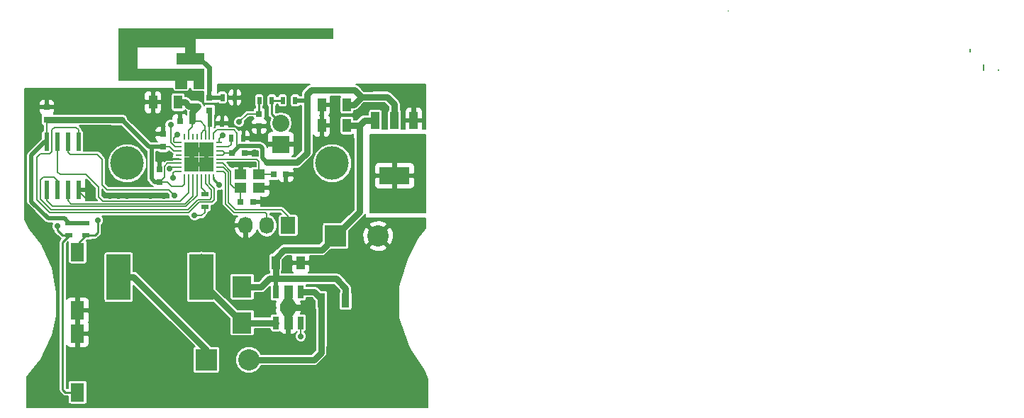
<source format=gtl>
G04 #@! TF.FileFunction,Copper,L1,Top,Signal*
%FSLAX46Y46*%
G04 Gerber Fmt 4.6, Leading zero omitted, Abs format (unit mm)*
G04 Created by KiCad (PCBNEW 4.0.0-2.201512062335+6193~38~ubuntu15.10.1-stable) date ke 13. tammikuuta 2016 13.01.44*
%MOMM*%
G01*
G04 APERTURE LIST*
%ADD10C,0.100000*%
%ADD11C,0.001000*%
%ADD12R,2.900680X5.400040*%
%ADD13C,4.000000*%
%ADD14R,2.540000X2.540000*%
%ADD15C,2.540000*%
%ADD16R,0.750000X0.800000*%
%ADD17R,0.460000X0.800000*%
%ADD18R,0.800000X0.460000*%
%ADD19R,1.000000X1.600000*%
%ADD20R,0.800000X0.750000*%
%ADD21R,2.301240X2.499360*%
%ADD22R,0.500000X0.900000*%
%ADD23R,1.727200X2.032000*%
%ADD24O,1.727200X2.032000*%
%ADD25R,0.900000X0.500000*%
%ADD26R,0.900000X1.700000*%
%ADD27R,3.657600X2.032000*%
%ADD28R,1.016000X2.032000*%
%ADD29R,0.701040X1.501140*%
%ADD30R,1.000760X1.501140*%
%ADD31R,1.998980X0.800100*%
%ADD32R,0.250000X0.700000*%
%ADD33R,0.700000X0.250000*%
%ADD34R,1.725000X1.725000*%
%ADD35R,0.600000X2.200000*%
%ADD36R,1.400000X1.200000*%
%ADD37R,2.032000X2.032000*%
%ADD38O,2.032000X2.032000*%
%ADD39R,1.600000X2.180000*%
%ADD40C,0.711200*%
%ADD41C,0.152400*%
%ADD42C,0.254000*%
%ADD43C,0.508000*%
%ADD44C,0.762000*%
G04 APERTURE END LIST*
D10*
D11*
G36*
X136651900Y-60477100D02*
X136651900Y-63137100D01*
X137111900Y-63137100D01*
X137111900Y-60277100D01*
X136201900Y-59377100D01*
X136201900Y-58667100D01*
X135191900Y-58667100D01*
X135191900Y-56867100D01*
X151591900Y-56867100D01*
X151591900Y-55657100D01*
X126011900Y-55657100D01*
X126011900Y-61827100D01*
X132841900Y-61827100D01*
X132841900Y-62877100D01*
X134191900Y-62877100D01*
X134191900Y-61887100D01*
X134991900Y-61887100D01*
X134991900Y-62877100D01*
X136201900Y-62877100D01*
X136201900Y-60537100D01*
X128201900Y-60537100D01*
X128201900Y-57877100D01*
X133991900Y-57877100D01*
X133991900Y-58667100D01*
X132991900Y-58667100D01*
X132991900Y-59877100D01*
X136061900Y-59877100D01*
X136651900Y-60477100D01*
X136651900Y-60477100D01*
G37*
X136651900Y-60477100D02*
X136651900Y-63137100D01*
X137111900Y-63137100D01*
X137111900Y-60277100D01*
X136201900Y-59377100D01*
X136201900Y-58667100D01*
X135191900Y-58667100D01*
X135191900Y-56867100D01*
X151591900Y-56867100D01*
X151591900Y-55657100D01*
X126011900Y-55657100D01*
X126011900Y-61827100D01*
X132841900Y-61827100D01*
X132841900Y-62877100D01*
X134191900Y-62877100D01*
X134191900Y-61887100D01*
X134991900Y-61887100D01*
X134991900Y-62877100D01*
X136201900Y-62877100D01*
X136201900Y-60537100D01*
X128201900Y-60537100D01*
X128201900Y-57877100D01*
X133991900Y-57877100D01*
X133991900Y-58667100D01*
X132991900Y-58667100D01*
X132991900Y-59877100D01*
X136061900Y-59877100D01*
X136651900Y-60477100D01*
D12*
X135958960Y-85407500D03*
X126058040Y-85407500D03*
D13*
X151551500Y-71803500D03*
D14*
X136511500Y-95303500D03*
D15*
X141591500Y-95303500D03*
D16*
X130939500Y-74034700D03*
X130939500Y-72534700D03*
D17*
X136881900Y-62737100D03*
D18*
X150931900Y-56157100D03*
D19*
X153301500Y-67303500D03*
X150301500Y-67303500D03*
D20*
X144538000Y-73152000D03*
X146038000Y-73152000D03*
X140601000Y-76454000D03*
X142101000Y-76454000D03*
D16*
X136906000Y-65456500D03*
X136906000Y-63956500D03*
D19*
X153301500Y-64803500D03*
X150301500Y-64803500D03*
D20*
X134862000Y-66802000D03*
X133362000Y-66802000D03*
D19*
X133151500Y-64503500D03*
X130151500Y-64503500D03*
D20*
X139585000Y-70548500D03*
X141085000Y-70548500D03*
D16*
X131345900Y-69818300D03*
X131345900Y-68318300D03*
X117475000Y-66599500D03*
X117475000Y-65099500D03*
D19*
X144786600Y-83693000D03*
X147786600Y-83693000D03*
D16*
X142826700Y-65879900D03*
X142826700Y-67379900D03*
D21*
X140800200Y-86573360D03*
X140800200Y-90871040D03*
D22*
X139942000Y-63944500D03*
X138442000Y-63944500D03*
X138418000Y-67056000D03*
X136918000Y-67056000D03*
D23*
X146304000Y-79248000D03*
D24*
X143764000Y-79248000D03*
X141224000Y-79248000D03*
D25*
X122176500Y-80435500D03*
X122176500Y-78935500D03*
X120144500Y-80435500D03*
X120144500Y-78935500D03*
D26*
X153159500Y-88201500D03*
X150259500Y-88201500D03*
D25*
X136334500Y-77013500D03*
X136334500Y-75513500D03*
D27*
X159000000Y-73302000D03*
D28*
X159000000Y-66698000D03*
X156714000Y-66698000D03*
X161286000Y-66698000D03*
D10*
G36*
X145311240Y-88675210D02*
X145811620Y-87925910D01*
X146812380Y-87925910D01*
X147312760Y-88675210D01*
X145311240Y-88675210D01*
X145311240Y-88675210D01*
G37*
D29*
X144810860Y-87175340D03*
X147813140Y-87175340D03*
X144810860Y-90878660D03*
D30*
X146312000Y-90878660D03*
D29*
X147813140Y-90878660D03*
D30*
X146312000Y-87175340D03*
D10*
G36*
X147312760Y-89378790D02*
X146812380Y-90128090D01*
X145811620Y-90128090D01*
X145311240Y-89378790D01*
X147312760Y-89378790D01*
X147312760Y-89378790D01*
G37*
D31*
X146312000Y-89027000D03*
D32*
X137401500Y-68653500D03*
X136901500Y-68653500D03*
X136401500Y-68653500D03*
X135901500Y-68653500D03*
X135401500Y-68653500D03*
X134901500Y-68653500D03*
X134401500Y-68653500D03*
X133901500Y-68653500D03*
D33*
X133251500Y-69303500D03*
X133251500Y-69803500D03*
X133251500Y-70303500D03*
X133251500Y-70803500D03*
X133251500Y-71303500D03*
X133251500Y-71803500D03*
X133251500Y-72303500D03*
X133251500Y-72803500D03*
D32*
X133901500Y-73453500D03*
X134401500Y-73453500D03*
X134901500Y-73453500D03*
X135401500Y-73453500D03*
X135901500Y-73453500D03*
X136401500Y-73453500D03*
X136901500Y-73453500D03*
X137401500Y-73453500D03*
D33*
X138051500Y-72803500D03*
X138051500Y-72303500D03*
X138051500Y-71803500D03*
X138051500Y-71303500D03*
X138051500Y-70803500D03*
X138051500Y-70303500D03*
X138051500Y-69803500D03*
X138051500Y-69303500D03*
D34*
X134789000Y-71916000D03*
X136514000Y-71916000D03*
X134789000Y-70191000D03*
X136514000Y-70191000D03*
D35*
X117475000Y-75011000D03*
X118745000Y-75011000D03*
X120015000Y-75011000D03*
X121285000Y-75011000D03*
X117475000Y-69261000D03*
X118745000Y-69261000D03*
X120015000Y-69261000D03*
X121285000Y-69261000D03*
D36*
X142832000Y-73114000D03*
X140632000Y-73114000D03*
X142832000Y-74714000D03*
X140632000Y-74714000D03*
D37*
X145417500Y-69525500D03*
D38*
X145417500Y-66985500D03*
D22*
X147132700Y-64293100D03*
X145632700Y-64293100D03*
X144338700Y-64293100D03*
X142838700Y-64293100D03*
D14*
X151960000Y-80500000D03*
D15*
X157040000Y-80500000D03*
D22*
X140958000Y-68834000D03*
X139458000Y-68834000D03*
D13*
X127051500Y-71803500D03*
D39*
X121160500Y-89408500D03*
X121160500Y-82408500D03*
X121160500Y-92187500D03*
X121160500Y-99187500D03*
D40*
X136527500Y-71938500D03*
X134789000Y-70191000D03*
X139851500Y-83703500D03*
X140051500Y-81903500D03*
X149651500Y-77903500D03*
X152051500Y-77903500D03*
X153451500Y-75103500D03*
X149651500Y-75103500D03*
X148651500Y-74103500D03*
X134051500Y-93703500D03*
X132051500Y-93703500D03*
X129451500Y-93703500D03*
X127051500Y-93703500D03*
X124851500Y-93703500D03*
X124451500Y-99903500D03*
X127851500Y-99903500D03*
X131451500Y-99903500D03*
X135051500Y-99903500D03*
X139051500Y-99903500D03*
X142651500Y-99903500D03*
X146851500Y-99903500D03*
X151051500Y-99903500D03*
X155651500Y-99903500D03*
X160251500Y-99903500D03*
X157851500Y-94503500D03*
X154051500Y-94703500D03*
X154051500Y-91703500D03*
X157851500Y-91703500D03*
X157851500Y-87903500D03*
X157051500Y-84903500D03*
X122751500Y-76003500D03*
X131451500Y-75703500D03*
X129851500Y-75703500D03*
X127051500Y-75703500D03*
X126051500Y-75703500D03*
X125051500Y-75703500D03*
X124551500Y-69803500D03*
X122551500Y-69803500D03*
X122551500Y-68803500D03*
X124051500Y-68803500D03*
X125551500Y-68803500D03*
X127051500Y-68803500D03*
X129551500Y-67303500D03*
X128551500Y-67303500D03*
X128551500Y-66303500D03*
X130051500Y-66303500D03*
X119551500Y-63803500D03*
X121551500Y-63803500D03*
X123051500Y-63803500D03*
X124551500Y-63803500D03*
X126051500Y-63803500D03*
X125051500Y-64803500D03*
X123551500Y-64803500D03*
X122051500Y-64803500D03*
X120551500Y-64803500D03*
X119051500Y-64803500D03*
X144051500Y-92553500D03*
X144051500Y-93803500D03*
X145301500Y-93803500D03*
X145301500Y-92553500D03*
X146551500Y-92553500D03*
X146551500Y-93803500D03*
X147801500Y-93803500D03*
X149051500Y-92803500D03*
X149051500Y-91553500D03*
X149051500Y-90303500D03*
X149051500Y-89053500D03*
X136051500Y-79303500D03*
X134051500Y-79303500D03*
X132051500Y-79303500D03*
X130051500Y-79303500D03*
X128051500Y-79303500D03*
X126051500Y-79303500D03*
X125051500Y-80303500D03*
X127051500Y-80303500D03*
X129051500Y-80303500D03*
X131051500Y-80303500D03*
X133051500Y-80303500D03*
X135051500Y-80303500D03*
X137051500Y-80303500D03*
X147551500Y-63053500D03*
X146301500Y-63053500D03*
X145051500Y-63053500D03*
X143551500Y-63053500D03*
X141801500Y-63053500D03*
X144051500Y-76303500D03*
X145551500Y-76303500D03*
X146801500Y-76303500D03*
X145801500Y-75303500D03*
X144551500Y-75303500D03*
X130939500Y-71430500D03*
X132209500Y-70922500D03*
X160301500Y-64553500D03*
X159801500Y-63303500D03*
X161301500Y-63303500D03*
X161301500Y-64553500D03*
X142251500Y-70503500D03*
X139651500Y-72003500D03*
X141751500Y-72003500D03*
X140651500Y-72003500D03*
X134451500Y-64953500D03*
X135551500Y-65003500D03*
X156390300Y-63886700D03*
X157558700Y-63881000D03*
X125199100Y-66629900D03*
X126469100Y-66629900D03*
X124183100Y-66599500D03*
X155069500Y-63886700D03*
X140439100Y-66883900D03*
X132514300Y-73538700D03*
X132158700Y-72471900D03*
X123573500Y-78618700D03*
X118747500Y-79329900D03*
X138493500Y-68453000D03*
X147805100Y-92487100D03*
X132260300Y-67188700D03*
X133073100Y-68357100D03*
X138051500Y-74402300D03*
X135128000Y-78041500D03*
X132715000Y-75692000D03*
X158181000Y-75431000D03*
X156784000Y-75431000D03*
X156720500Y-76955000D03*
X158181000Y-76955000D03*
X159514500Y-76955000D03*
X160657500Y-76955000D03*
X161800500Y-76955000D03*
X161800500Y-75431000D03*
X160657500Y-75431000D03*
X159514500Y-75431000D03*
X158051500Y-71053500D03*
X156801500Y-71053500D03*
X156801500Y-69553500D03*
X158051500Y-69553500D03*
X159301500Y-69553500D03*
X160551500Y-69553500D03*
X161801500Y-69553500D03*
X161801500Y-71053500D03*
X160551500Y-71053500D03*
X159301500Y-71053500D03*
D41*
X198818500Y-53542500D02*
X198818500Y-53530500D01*
X227693500Y-58493500D02*
X227693500Y-58107500D01*
X229293500Y-60012500D02*
X229293500Y-60693500D01*
X231088500Y-60693500D02*
X231172500Y-60609500D01*
X136514000Y-71925000D02*
X136514000Y-71916000D01*
X136514000Y-71925000D02*
X136527500Y-71938500D01*
D42*
X139851500Y-82103500D02*
X139851500Y-83703500D01*
X140051500Y-81903500D02*
X139851500Y-82103500D01*
X146038000Y-73152000D02*
X147700000Y-73152000D01*
X152051500Y-77903500D02*
X149651500Y-77903500D01*
X149651500Y-75103500D02*
X153451500Y-75103500D01*
X147700000Y-73152000D02*
X148651500Y-74103500D01*
X121160500Y-92187500D02*
X123335500Y-92187500D01*
X132051500Y-93703500D02*
X134051500Y-93703500D01*
X127051500Y-93703500D02*
X129451500Y-93703500D01*
X123335500Y-92187500D02*
X124851500Y-93703500D01*
X124451500Y-99903500D02*
X127851500Y-99903500D01*
X131451500Y-99903500D02*
X135051500Y-99903500D01*
X139051500Y-99903500D02*
X142651500Y-99903500D01*
X146851500Y-99903500D02*
X151051500Y-99903500D01*
X155651500Y-99903500D02*
X160251500Y-99903500D01*
X157851500Y-94503500D02*
X157651500Y-94703500D01*
X157651500Y-94703500D02*
X154051500Y-94703500D01*
X154051500Y-91703500D02*
X157851500Y-91703500D01*
X157851500Y-87903500D02*
X157051500Y-87103500D01*
X157051500Y-87103500D02*
X157051500Y-84903500D01*
D41*
X121285000Y-75137000D02*
X122151500Y-76003500D01*
X122151500Y-76003500D02*
X122751500Y-76003500D01*
D42*
X127051500Y-75703500D02*
X129851500Y-75703500D01*
X125051500Y-75703500D02*
X126051500Y-75703500D01*
X122551500Y-69803500D02*
X124551500Y-69803500D01*
X124051500Y-68803500D02*
X122551500Y-68803500D01*
X127051500Y-68803500D02*
X125551500Y-68803500D01*
X130151500Y-64503500D02*
X130151500Y-66203500D01*
X128551500Y-66303500D02*
X128551500Y-67303500D01*
X130151500Y-66203500D02*
X130051500Y-66303500D01*
X117475000Y-65099500D02*
X118755500Y-65099500D01*
X123051500Y-63803500D02*
X121551500Y-63803500D01*
X126051500Y-63803500D02*
X124551500Y-63803500D01*
X123551500Y-64803500D02*
X125051500Y-64803500D01*
X120551500Y-64803500D02*
X122051500Y-64803500D01*
X118755500Y-65099500D02*
X119051500Y-64803500D01*
D41*
X146312000Y-89027000D02*
X149025000Y-89027000D01*
X144051500Y-93803500D02*
X144051500Y-92553500D01*
X145301500Y-92553500D02*
X145301500Y-93803500D01*
X146551500Y-93803500D02*
X146551500Y-92553500D01*
X148051500Y-93803500D02*
X147801500Y-93803500D01*
X149051500Y-92803500D02*
X148051500Y-93803500D01*
X149051500Y-90303500D02*
X149051500Y-91553500D01*
X149025000Y-89027000D02*
X149051500Y-89053500D01*
X141224000Y-79248000D02*
X138107000Y-79248000D01*
X134051500Y-79303500D02*
X136051500Y-79303500D01*
X130051500Y-79303500D02*
X132051500Y-79303500D01*
X126051500Y-79303500D02*
X128051500Y-79303500D01*
X127051500Y-80303500D02*
X125051500Y-80303500D01*
X131051500Y-80303500D02*
X129051500Y-80303500D01*
X135051500Y-80303500D02*
X133051500Y-80303500D01*
X138107000Y-79248000D02*
X137051500Y-80303500D01*
X139942000Y-63944500D02*
X140910500Y-63944500D01*
X146301500Y-63053500D02*
X147551500Y-63053500D01*
X143551500Y-63053500D02*
X145051500Y-63053500D01*
X140910500Y-63944500D02*
X141801500Y-63053500D01*
X142832000Y-74714000D02*
X143962000Y-74714000D01*
X145551500Y-76303500D02*
X144051500Y-76303500D01*
X146801500Y-75553500D02*
X146801500Y-76303500D01*
X146551500Y-75303500D02*
X146801500Y-75553500D01*
X145801500Y-75303500D02*
X146551500Y-75303500D01*
X143962000Y-74714000D02*
X144551500Y-75303500D01*
X130939500Y-72534700D02*
X130939500Y-71430500D01*
D43*
X161286000Y-66698000D02*
X161286000Y-64569000D01*
X161301500Y-63303500D02*
X159801500Y-63303500D01*
X161286000Y-64569000D02*
X161301500Y-64553500D01*
D41*
X121285000Y-75011000D02*
X121285000Y-75137000D01*
D43*
X141085000Y-70548500D02*
X142206500Y-70548500D01*
X142206500Y-70548500D02*
X142251500Y-70503500D01*
X140632000Y-73114000D02*
X140632000Y-72023000D01*
X141751500Y-72003500D02*
X139651500Y-72003500D01*
X140632000Y-72023000D02*
X140651500Y-72003500D01*
D44*
X146312000Y-89027000D02*
X148525000Y-89027000D01*
X148525000Y-89027000D02*
X148551500Y-89053500D01*
D41*
X133251500Y-71303500D02*
X132158700Y-71303500D01*
X130939500Y-71252700D02*
X130939500Y-72534700D01*
X131142700Y-71049500D02*
X130939500Y-71252700D01*
X131904700Y-71049500D02*
X131142700Y-71049500D01*
X132158700Y-71303500D02*
X131904700Y-71049500D01*
D43*
X136906000Y-63956500D02*
X138430000Y-63956500D01*
X138430000Y-63956500D02*
X138442000Y-63944500D01*
X136906000Y-63956500D02*
X136906000Y-62634200D01*
X136906000Y-62634200D02*
X136904300Y-62632500D01*
X136896100Y-62640700D02*
X136904300Y-62632500D01*
D44*
X154801500Y-67303500D02*
X154801500Y-68792000D01*
X154813000Y-77647000D02*
X151960000Y-80500000D01*
X154813000Y-68803500D02*
X154813000Y-77647000D01*
X154801500Y-68792000D02*
X154813000Y-68803500D01*
X153301500Y-67303500D02*
X154801500Y-67303500D01*
X155407000Y-66698000D02*
X156714000Y-66698000D01*
X154801500Y-67303500D02*
X155407000Y-66698000D01*
X144786600Y-83178400D02*
X145796000Y-82169000D01*
X150291000Y-82169000D02*
X151960000Y-80500000D01*
X145796000Y-82169000D02*
X150291000Y-82169000D01*
X144786600Y-83693000D02*
X144786600Y-83178400D01*
D43*
X144810860Y-87175340D02*
X144810860Y-85626260D01*
X144810860Y-85626260D02*
X144786600Y-85602000D01*
D44*
X144786600Y-83693000D02*
X144786600Y-85602000D01*
X144788000Y-85598000D02*
X144788000Y-85602000D01*
X144788000Y-85600600D02*
X144788000Y-85598000D01*
X144786600Y-85602000D02*
X144788000Y-85600600D01*
X140800200Y-86573360D02*
X143076640Y-86573360D01*
X153159500Y-86713500D02*
X153159500Y-88201500D01*
X152048000Y-85602000D02*
X153159500Y-86713500D01*
X144048000Y-85602000D02*
X144788000Y-85602000D01*
X144788000Y-85602000D02*
X152048000Y-85602000D01*
X143076640Y-86573360D02*
X144048000Y-85602000D01*
D43*
X144810860Y-83882360D02*
X144788000Y-83859500D01*
D41*
X138051500Y-71303500D02*
X142560000Y-71303500D01*
X142832000Y-71575500D02*
X142832000Y-73114000D01*
X142560000Y-71303500D02*
X142832000Y-71575500D01*
X142832000Y-73114000D02*
X144500000Y-73114000D01*
X144500000Y-73114000D02*
X144538000Y-73152000D01*
X140601000Y-76454000D02*
X140601000Y-74745000D01*
X140601000Y-74745000D02*
X140632000Y-74714000D01*
X138051500Y-71803500D02*
X138478500Y-71803500D01*
X139865000Y-74714000D02*
X140632000Y-74714000D01*
X139446000Y-74295000D02*
X139865000Y-74714000D01*
X139446000Y-72771000D02*
X139446000Y-74295000D01*
X138478500Y-71803500D02*
X139446000Y-72771000D01*
D43*
X136918000Y-67056000D02*
X136918000Y-65468500D01*
X136918000Y-65468500D02*
X136906000Y-65456500D01*
D41*
X136901500Y-68653500D02*
X136901500Y-67072500D01*
X136901500Y-67072500D02*
X136918000Y-67056000D01*
D43*
X117629900Y-78364700D02*
X119573700Y-78364700D01*
X115648700Y-70795500D02*
X115648700Y-76383500D01*
X115648700Y-76383500D02*
X117629900Y-78364700D01*
X117183200Y-69261000D02*
X115648700Y-70795500D01*
X119573700Y-78364700D02*
X120144500Y-78935500D01*
X120144500Y-78935500D02*
X122176500Y-78935500D01*
X147132700Y-64293100D02*
X148567100Y-64293100D01*
X148567100Y-64293100D02*
X148567100Y-64303500D01*
D44*
X157558700Y-63881000D02*
X158115000Y-63881000D01*
X158115000Y-63881000D02*
X159000000Y-64766000D01*
X159000000Y-64766000D02*
X159000000Y-66698000D01*
X156390300Y-63886700D02*
X155069500Y-63886700D01*
X155069500Y-63886700D02*
X154152700Y-64803500D01*
X154152700Y-64803500D02*
X153301500Y-64803500D01*
X148567100Y-64303500D02*
X148567100Y-63537900D01*
X148567100Y-63537900D02*
X149051500Y-63053500D01*
X149051500Y-63053500D02*
X154236300Y-63053500D01*
X154236300Y-63053500D02*
X155069500Y-63886700D01*
X143757900Y-71709900D02*
X147398700Y-71709900D01*
X147398700Y-71709900D02*
X148567100Y-70541500D01*
X148567100Y-70541500D02*
X148567100Y-64303500D01*
X134451500Y-64953500D02*
X135501500Y-64953500D01*
X135501500Y-64953500D02*
X135551500Y-65003500D01*
X134862000Y-66802000D02*
X134862000Y-65693000D01*
X134001500Y-64503500D02*
X133151500Y-64503500D01*
X134451500Y-64953500D02*
X134001500Y-64503500D01*
X134862000Y-65693000D02*
X135551500Y-65003500D01*
D43*
X141709100Y-69728700D02*
X142976700Y-69728700D01*
X139619300Y-70548500D02*
X140439100Y-69728700D01*
X140439100Y-69728700D02*
X141709100Y-69728700D01*
X143251500Y-71203500D02*
X143757900Y-71709900D01*
X143251500Y-70003500D02*
X143251500Y-71203500D01*
X142976700Y-69728700D02*
X143251500Y-70003500D01*
D41*
X130939500Y-74034700D02*
X130951500Y-74034700D01*
X130951500Y-74034700D02*
X131549100Y-73437100D01*
X131912700Y-71803500D02*
X133251500Y-71803500D01*
X131549100Y-72167100D02*
X131912700Y-71803500D01*
X131549100Y-73437100D02*
X131549100Y-72167100D01*
X130939500Y-74034700D02*
X131841900Y-74034700D01*
X133901500Y-74285100D02*
X133901500Y-73453500D01*
X133631900Y-74554700D02*
X133901500Y-74285100D01*
X132361900Y-74554700D02*
X133631900Y-74554700D01*
X131841900Y-74034700D02*
X132361900Y-74554700D01*
D43*
X130939500Y-74034700D02*
X130368700Y-74034700D01*
X129974300Y-73640300D02*
X129974300Y-69818300D01*
X130368700Y-74034700D02*
X129974300Y-73640300D01*
X131345900Y-69818300D02*
X129974300Y-69818300D01*
X129974300Y-69818300D02*
X129657500Y-69818300D01*
X129657500Y-69818300D02*
X126469100Y-66629900D01*
D44*
X143690300Y-71709900D02*
X143757900Y-71709900D01*
D43*
X139585000Y-70548500D02*
X139619300Y-70548500D01*
X117475000Y-69261000D02*
X117183200Y-69261000D01*
D44*
X156396000Y-63881000D02*
X157558700Y-63881000D01*
X156390300Y-63886700D02*
X156396000Y-63881000D01*
X125199100Y-66629900D02*
X126469100Y-66629900D01*
X124183100Y-66599500D02*
X117475000Y-66599500D01*
X125168700Y-66599500D02*
X124183100Y-66599500D01*
X125199100Y-66629900D02*
X125168700Y-66599500D01*
X126469100Y-66629900D02*
X126469100Y-66599500D01*
X126469100Y-66599500D02*
X126469100Y-66629900D01*
X126469100Y-66629900D02*
X126469100Y-66599500D01*
X155063800Y-63881000D02*
X155069500Y-63886700D01*
D41*
X133251500Y-70303500D02*
X132631900Y-70303500D01*
X132146700Y-69818300D02*
X131345900Y-69818300D01*
X132631900Y-70303500D02*
X132146700Y-69818300D01*
X137401500Y-68653500D02*
X137401500Y-68211500D01*
X140208000Y-69925500D02*
X139585000Y-70548500D01*
X140208000Y-68199000D02*
X140208000Y-69925500D01*
X139827000Y-67818000D02*
X140208000Y-68199000D01*
X137795000Y-67818000D02*
X139827000Y-67818000D01*
X137401500Y-68211500D02*
X137795000Y-67818000D01*
X138051500Y-70303500D02*
X138502500Y-70303500D01*
X138502500Y-70303500D02*
X138747500Y-70548500D01*
X138051500Y-70803500D02*
X138492500Y-70803500D01*
X138747500Y-70548500D02*
X139585000Y-70548500D01*
X138492500Y-70803500D02*
X138747500Y-70548500D01*
X136401500Y-68653500D02*
X136401500Y-67885000D01*
X136401500Y-67885000D02*
X136398000Y-67881500D01*
X136398000Y-67881500D02*
X136398000Y-67373500D01*
X136398000Y-67373500D02*
X135826500Y-66802000D01*
X135826500Y-66802000D02*
X134862000Y-66802000D01*
X135901500Y-68653500D02*
X135901500Y-68187500D01*
X136207500Y-67881500D02*
X136398000Y-67881500D01*
X135901500Y-68187500D02*
X136207500Y-67881500D01*
X134401500Y-68653500D02*
X134401500Y-67909500D01*
X134862000Y-67449000D02*
X134862000Y-66802000D01*
X134401500Y-67909500D02*
X134862000Y-67449000D01*
X131699000Y-69838000D02*
X131699000Y-69850000D01*
X117475000Y-66599500D02*
X117475000Y-69261000D01*
X133885500Y-73469500D02*
X133901500Y-73453500D01*
X141443100Y-65879900D02*
X140439100Y-66883900D01*
X142826700Y-65879900D02*
X141443100Y-65879900D01*
X132690700Y-72803500D02*
X133251500Y-72803500D01*
X132514300Y-72979900D02*
X132514300Y-73538700D01*
X132690700Y-72803500D02*
X132514300Y-72979900D01*
D42*
X142826700Y-65879900D02*
X142826700Y-64305100D01*
X142826700Y-64305100D02*
X142838700Y-64293100D01*
D44*
X144810860Y-90878660D02*
X140807820Y-90878660D01*
X140807820Y-90878660D02*
X135958960Y-86029800D01*
X135958960Y-86029800D02*
X135958960Y-85407500D01*
D43*
X140807820Y-90878660D02*
X140784960Y-90855800D01*
X135958960Y-85407500D02*
X135958960Y-82870040D01*
D44*
X136304500Y-93878500D02*
X136304500Y-95096500D01*
X136304500Y-95096500D02*
X136511500Y-95303500D01*
X127833500Y-85407500D02*
X126058040Y-85407500D01*
X126058040Y-85407500D02*
X126058040Y-87152040D01*
X136508000Y-94082000D02*
X136304500Y-93878500D01*
X136304500Y-93878500D02*
X127833500Y-85407500D01*
X141591500Y-95303500D02*
X149357500Y-95303500D01*
X150243500Y-93147500D02*
X150259500Y-93147500D01*
X150243500Y-94417500D02*
X150243500Y-93147500D01*
X149357500Y-95303500D02*
X150243500Y-94417500D01*
X150259500Y-93655500D02*
X150259500Y-93147500D01*
X150259500Y-93147500D02*
X150259500Y-90741500D01*
X150259500Y-90741500D02*
X150259500Y-88201500D01*
X150259500Y-88201500D02*
X150259500Y-88021500D01*
X150259500Y-88021500D02*
X149413340Y-87175340D01*
X149413340Y-87175340D02*
X147813140Y-87175340D01*
D41*
X138051500Y-72303500D02*
X138547444Y-72303500D01*
X146304000Y-78130400D02*
X146304000Y-79248000D01*
X145542000Y-77368400D02*
X146304000Y-78130400D01*
X140004800Y-77368400D02*
X145542000Y-77368400D01*
X139141198Y-76504798D02*
X140004800Y-77368400D01*
X139141198Y-72897254D02*
X139141198Y-76504798D01*
X138547444Y-72303500D02*
X139141198Y-72897254D01*
X138051500Y-72803500D02*
X138589496Y-72803500D01*
X143764000Y-77876400D02*
X143764000Y-79248000D01*
X143560802Y-77673202D02*
X143764000Y-77876400D01*
X139852402Y-77673202D02*
X143560802Y-77673202D01*
X138836396Y-76657196D02*
X139852402Y-77673202D01*
X138836396Y-73050400D02*
X138836396Y-76657196D01*
X138589496Y-72803500D02*
X138836396Y-73050400D01*
D42*
X121289820Y-82576070D02*
X121289820Y-81322180D01*
X121289820Y-81322180D02*
X122176500Y-80435500D01*
X122176500Y-80435500D02*
X123204500Y-80435500D01*
X123573500Y-80066500D02*
X123573500Y-78618700D01*
X123204500Y-80435500D02*
X123573500Y-80066500D01*
D41*
X132327100Y-72303500D02*
X132158700Y-72471900D01*
X133251500Y-72303500D02*
X132327100Y-72303500D01*
X123573500Y-78618700D02*
X123624300Y-78669500D01*
D42*
X119707500Y-99187500D02*
X121160500Y-99187500D01*
X119382500Y-98862500D02*
X119707500Y-99187500D01*
X119382500Y-96195500D02*
X119382500Y-98862500D01*
X119382500Y-96195500D02*
X119382500Y-96289750D01*
X118747500Y-79329900D02*
X118747500Y-79812500D01*
X119370500Y-80435500D02*
X120144500Y-80435500D01*
X118747500Y-79812500D02*
X119370500Y-80435500D01*
X120144500Y-80435500D02*
X120144500Y-80447500D01*
X120144500Y-80447500D02*
X119382500Y-81209500D01*
X119382500Y-81209500D02*
X119382500Y-96195500D01*
D41*
X138051500Y-69303500D02*
X138051500Y-68895000D01*
X138051500Y-68895000D02*
X138493500Y-68453000D01*
X136334500Y-75513500D02*
X136334500Y-75184000D01*
X135901500Y-74751000D02*
X135901500Y-73453500D01*
X136334500Y-75184000D02*
X135901500Y-74751000D01*
X147813140Y-92479060D02*
X147805100Y-92487100D01*
X147813140Y-92479060D02*
X147813140Y-90878660D01*
X133251500Y-69803500D02*
X132792300Y-69803500D01*
X132260300Y-69271500D02*
X132260300Y-67188700D01*
X132792300Y-69803500D02*
X132260300Y-69271500D01*
X133251500Y-69303500D02*
X132749500Y-69303500D01*
X132666700Y-68763500D02*
X133073100Y-68357100D01*
X132666700Y-69220700D02*
X132666700Y-68763500D01*
X132749500Y-69303500D02*
X132666700Y-69220700D01*
D42*
X137401500Y-73453500D02*
X137401500Y-73752300D01*
X137401500Y-73752300D02*
X138051500Y-74402300D01*
X145632700Y-64293100D02*
X144338700Y-64293100D01*
X144338700Y-64293100D02*
X144338700Y-65906700D01*
X144338700Y-65906700D02*
X145417500Y-66985500D01*
D41*
X138051500Y-69803500D02*
X139175000Y-69803500D01*
X139458000Y-69520500D02*
X139458000Y-68834000D01*
X139175000Y-69803500D02*
X139458000Y-69520500D01*
X135953500Y-78041500D02*
X135128000Y-78041500D01*
X135953500Y-78041500D02*
X136334500Y-77660500D01*
X136334500Y-77013500D02*
X136334500Y-77660500D01*
X132016500Y-74993500D02*
X132715000Y-75692000D01*
X124714000Y-74993500D02*
X132016500Y-74993500D01*
X124079000Y-74358500D02*
X124714000Y-74993500D01*
X124079000Y-71310500D02*
X124079000Y-74358500D01*
X123507500Y-70739000D02*
X124079000Y-71310500D01*
X120269000Y-70739000D02*
X123507500Y-70739000D01*
X120015000Y-70485000D02*
X120269000Y-70739000D01*
X120015000Y-70485000D02*
X120015000Y-69261000D01*
X122488500Y-73466500D02*
X122514500Y-73466500D01*
X124751500Y-76339698D02*
X133400802Y-76339698D01*
X133400802Y-76339698D02*
X134401500Y-75339000D01*
X134401500Y-75339000D02*
X134401500Y-73453500D01*
X124187698Y-76339698D02*
X124751500Y-76339698D01*
X123651500Y-75803500D02*
X124187698Y-76339698D01*
X123651500Y-74603500D02*
X123651500Y-75803500D01*
X122514500Y-73466500D02*
X123651500Y-74603500D01*
X118745000Y-69261000D02*
X118745000Y-72834500D01*
X122174000Y-73152000D02*
X122488500Y-73466500D01*
X122488500Y-73466500D02*
X122491500Y-73469500D01*
X119062500Y-73152000D02*
X122174000Y-73152000D01*
X118745000Y-72834500D02*
X119062500Y-73152000D01*
X118745000Y-69261000D02*
X118745000Y-70358000D01*
X120015000Y-75011000D02*
X120015000Y-76263500D01*
X134901500Y-75728000D02*
X134901500Y-73453500D01*
X133985000Y-76644500D02*
X134901500Y-75728000D01*
X120396000Y-76644500D02*
X133985000Y-76644500D01*
X120015000Y-76263500D02*
X120396000Y-76644500D01*
X117475000Y-75011000D02*
X117475000Y-76263500D01*
X135401500Y-75672500D02*
X135401500Y-73453500D01*
X134112000Y-76962000D02*
X135401500Y-75672500D01*
X118173500Y-76962000D02*
X134112000Y-76962000D01*
X117475000Y-76263500D02*
X118173500Y-76962000D01*
X118745000Y-75011000D02*
X118745000Y-73914000D01*
X118745000Y-73914000D02*
X118300500Y-73469500D01*
X118300500Y-73469500D02*
X117030500Y-73469500D01*
X117030500Y-73469500D02*
X116713000Y-73787000D01*
X116713000Y-73787000D02*
X116713000Y-76073000D01*
X116713000Y-76073000D02*
X117983000Y-77343000D01*
X117983000Y-77343000D02*
X134302500Y-77343000D01*
X134302500Y-77343000D02*
X135509000Y-76136500D01*
X135509000Y-76136500D02*
X136969500Y-76136500D01*
X136969500Y-76136500D02*
X137160000Y-75946000D01*
X137160000Y-75946000D02*
X137160000Y-74993500D01*
X137160000Y-74993500D02*
X136401500Y-74235000D01*
X136401500Y-74235000D02*
X136401500Y-73453500D01*
X121285000Y-69261000D02*
X121285000Y-67818000D01*
X136901500Y-74227000D02*
X136901500Y-73453500D01*
X137477500Y-74803000D02*
X136901500Y-74227000D01*
X137477500Y-76136500D02*
X137477500Y-74803000D01*
X137172698Y-76441302D02*
X137477500Y-76136500D01*
X135712198Y-76441302D02*
X137172698Y-76441302D01*
X134429500Y-77724000D02*
X135712198Y-76441302D01*
X117856000Y-77724000D02*
X134429500Y-77724000D01*
X116332000Y-76200000D02*
X117856000Y-77724000D01*
X116332000Y-71056500D02*
X116332000Y-76200000D01*
X116713000Y-70675500D02*
X116332000Y-71056500D01*
X117856000Y-70675500D02*
X116713000Y-70675500D01*
X118110000Y-70421500D02*
X117856000Y-70675500D01*
X118110000Y-67818000D02*
X118110000Y-70421500D01*
X118427500Y-67500500D02*
X118110000Y-67818000D01*
X120967500Y-67500500D02*
X118427500Y-67500500D01*
X121285000Y-67818000D02*
X120967500Y-67500500D01*
D42*
X159000000Y-73302000D02*
X159000000Y-74980000D01*
X156784000Y-76891500D02*
X156784000Y-75431000D01*
X156720500Y-76955000D02*
X156784000Y-76891500D01*
X159514500Y-76955000D02*
X158181000Y-76955000D01*
X161800500Y-76955000D02*
X160657500Y-76955000D01*
X160657500Y-75431000D02*
X161800500Y-75431000D01*
X159451000Y-75431000D02*
X159514500Y-75431000D01*
X159000000Y-74980000D02*
X159451000Y-75431000D01*
D41*
X159000000Y-73302000D02*
X159000000Y-71355000D01*
X156801500Y-69553500D02*
X156801500Y-71053500D01*
X159301500Y-69553500D02*
X158051500Y-69553500D01*
X161801500Y-69553500D02*
X160551500Y-69553500D01*
X160551500Y-71053500D02*
X161801500Y-71053500D01*
X159000000Y-71355000D02*
X159301500Y-71053500D01*
G36*
X162725300Y-77727300D02*
X156127700Y-77727300D01*
X156127700Y-73625850D01*
X156587000Y-73625850D01*
X156587000Y-74434204D01*
X156675939Y-74648922D01*
X156840277Y-74813261D01*
X157054995Y-74902200D01*
X158676150Y-74902200D01*
X158822200Y-74756150D01*
X158822200Y-73479800D01*
X159177800Y-73479800D01*
X159177800Y-74756150D01*
X159323850Y-74902200D01*
X160945005Y-74902200D01*
X161159723Y-74813261D01*
X161324061Y-74648922D01*
X161413000Y-74434204D01*
X161413000Y-73625850D01*
X161266950Y-73479800D01*
X159177800Y-73479800D01*
X158822200Y-73479800D01*
X156733050Y-73479800D01*
X156587000Y-73625850D01*
X156127700Y-73625850D01*
X156127700Y-72169796D01*
X156587000Y-72169796D01*
X156587000Y-72978150D01*
X156733050Y-73124200D01*
X158822200Y-73124200D01*
X158822200Y-71847850D01*
X159177800Y-71847850D01*
X159177800Y-73124200D01*
X161266950Y-73124200D01*
X161413000Y-72978150D01*
X161413000Y-72169796D01*
X161324061Y-71955078D01*
X161159723Y-71790739D01*
X160945005Y-71701800D01*
X159323850Y-71701800D01*
X159177800Y-71847850D01*
X158822200Y-71847850D01*
X158676150Y-71701800D01*
X157054995Y-71701800D01*
X156840277Y-71790739D01*
X156675939Y-71955078D01*
X156587000Y-72169796D01*
X156127700Y-72169796D01*
X156127700Y-68379700D01*
X162725300Y-68379700D01*
X162725300Y-77727300D01*
X162725300Y-77727300D01*
G37*
X162725300Y-77727300D02*
X156127700Y-77727300D01*
X156127700Y-73625850D01*
X156587000Y-73625850D01*
X156587000Y-74434204D01*
X156675939Y-74648922D01*
X156840277Y-74813261D01*
X157054995Y-74902200D01*
X158676150Y-74902200D01*
X158822200Y-74756150D01*
X158822200Y-73479800D01*
X159177800Y-73479800D01*
X159177800Y-74756150D01*
X159323850Y-74902200D01*
X160945005Y-74902200D01*
X161159723Y-74813261D01*
X161324061Y-74648922D01*
X161413000Y-74434204D01*
X161413000Y-73625850D01*
X161266950Y-73479800D01*
X159177800Y-73479800D01*
X158822200Y-73479800D01*
X156733050Y-73479800D01*
X156587000Y-73625850D01*
X156127700Y-73625850D01*
X156127700Y-72169796D01*
X156587000Y-72169796D01*
X156587000Y-72978150D01*
X156733050Y-73124200D01*
X158822200Y-73124200D01*
X158822200Y-71847850D01*
X159177800Y-71847850D01*
X159177800Y-73124200D01*
X161266950Y-73124200D01*
X161413000Y-72978150D01*
X161413000Y-72169796D01*
X161324061Y-71955078D01*
X161159723Y-71790739D01*
X160945005Y-71701800D01*
X159323850Y-71701800D01*
X159177800Y-71847850D01*
X158822200Y-71847850D01*
X158676150Y-71701800D01*
X157054995Y-71701800D01*
X156840277Y-71790739D01*
X156675939Y-71955078D01*
X156587000Y-72169796D01*
X156127700Y-72169796D01*
X156127700Y-68379700D01*
X162725300Y-68379700D01*
X162725300Y-77727300D01*
G36*
X148824490Y-62387455D02*
X148779335Y-62396437D01*
X148548606Y-62550606D01*
X148064206Y-63035006D01*
X147910037Y-63265735D01*
X147864825Y-63493033D01*
X147855900Y-63537900D01*
X147855900Y-63708900D01*
X147688728Y-63708900D01*
X147624027Y-63608351D01*
X147513683Y-63532956D01*
X147382700Y-63506431D01*
X146882700Y-63506431D01*
X146760335Y-63529456D01*
X146647951Y-63601773D01*
X146572556Y-63712117D01*
X146546031Y-63843100D01*
X146546031Y-64743100D01*
X146569056Y-64865465D01*
X146641373Y-64977849D01*
X146751717Y-65053244D01*
X146882700Y-65079769D01*
X147382700Y-65079769D01*
X147505065Y-65056744D01*
X147617449Y-64984427D01*
X147690646Y-64877300D01*
X147855900Y-64877300D01*
X147855900Y-70246912D01*
X147104112Y-70998700D01*
X146802484Y-70998700D01*
X146928761Y-70872422D01*
X147017700Y-70657704D01*
X147017700Y-69849350D01*
X146871650Y-69703300D01*
X145595300Y-69703300D01*
X145595300Y-69723300D01*
X145239700Y-69723300D01*
X145239700Y-69703300D01*
X143963350Y-69703300D01*
X143817300Y-69849350D01*
X143817300Y-69910998D01*
X143791230Y-69779936D01*
X143664592Y-69590408D01*
X143389792Y-69315608D01*
X143322230Y-69270465D01*
X143200264Y-69188970D01*
X142976700Y-69144500D01*
X141778850Y-69144500D01*
X141646150Y-69011800D01*
X141083000Y-69011800D01*
X141083000Y-69031800D01*
X140833000Y-69031800D01*
X140833000Y-69011800D01*
X140760200Y-69011800D01*
X140760200Y-68656200D01*
X140833000Y-68656200D01*
X140833000Y-67945850D01*
X141083000Y-67945850D01*
X141083000Y-68656200D01*
X141646150Y-68656200D01*
X141792200Y-68510150D01*
X141792200Y-68267796D01*
X141703261Y-68053078D01*
X141538923Y-67888739D01*
X141324205Y-67799800D01*
X141229050Y-67799800D01*
X141083000Y-67945850D01*
X140833000Y-67945850D01*
X140686950Y-67799800D01*
X140591795Y-67799800D01*
X140444534Y-67860798D01*
X140287486Y-67703750D01*
X141867500Y-67703750D01*
X141867500Y-67896105D01*
X141956439Y-68110823D01*
X142120778Y-68275161D01*
X142335496Y-68364100D01*
X142502850Y-68364100D01*
X142648900Y-68218050D01*
X142648900Y-67557700D01*
X143004500Y-67557700D01*
X143004500Y-68218050D01*
X143150550Y-68364100D01*
X143317904Y-68364100D01*
X143532622Y-68275161D01*
X143696961Y-68110823D01*
X143785900Y-67896105D01*
X143785900Y-67703750D01*
X143639850Y-67557700D01*
X143004500Y-67557700D01*
X142648900Y-67557700D01*
X142013550Y-67557700D01*
X141867500Y-67703750D01*
X140287486Y-67703750D01*
X140114368Y-67530632D01*
X140069524Y-67500668D01*
X139982523Y-67442535D01*
X139827000Y-67411600D01*
X139252200Y-67411600D01*
X139252200Y-67379850D01*
X139106150Y-67233800D01*
X138543000Y-67233800D01*
X138543000Y-67253800D01*
X138293000Y-67253800D01*
X138293000Y-67233800D01*
X137729850Y-67233800D01*
X137583800Y-67379850D01*
X137583800Y-67479738D01*
X137507632Y-67530632D01*
X137497662Y-67540602D01*
X137504669Y-67506000D01*
X137504669Y-67019716D01*
X139753181Y-67019716D01*
X139857368Y-67271867D01*
X140050118Y-67464954D01*
X140302087Y-67569581D01*
X140574916Y-67569819D01*
X140827067Y-67465632D01*
X141020154Y-67272882D01*
X141124781Y-67020913D01*
X141124997Y-66772739D01*
X141611436Y-66286300D01*
X142116235Y-66286300D01*
X142138056Y-66402265D01*
X142176271Y-66461653D01*
X142120778Y-66484639D01*
X141956439Y-66648977D01*
X141867500Y-66863695D01*
X141867500Y-67056050D01*
X142013550Y-67202100D01*
X142648900Y-67202100D01*
X142648900Y-67182100D01*
X143004500Y-67182100D01*
X143004500Y-67202100D01*
X143639850Y-67202100D01*
X143785900Y-67056050D01*
X143785900Y-66863695D01*
X143696961Y-66648977D01*
X143532622Y-66484639D01*
X143477149Y-66461661D01*
X143511844Y-66410883D01*
X143538369Y-66279900D01*
X143538369Y-65479900D01*
X143515344Y-65357535D01*
X143443027Y-65245151D01*
X143332683Y-65169756D01*
X143283900Y-65159877D01*
X143283900Y-65009876D01*
X143323449Y-64984427D01*
X143398844Y-64874083D01*
X143425369Y-64743100D01*
X143425369Y-63843100D01*
X143752031Y-63843100D01*
X143752031Y-64743100D01*
X143775056Y-64865465D01*
X143847373Y-64977849D01*
X143881500Y-65001167D01*
X143881500Y-65906700D01*
X143916302Y-66081663D01*
X144015411Y-66229989D01*
X144190800Y-66405378D01*
X144147399Y-66470332D01*
X144044926Y-66985500D01*
X144147399Y-67500668D01*
X144431129Y-67925300D01*
X144285295Y-67925300D01*
X144070577Y-68014239D01*
X143906239Y-68178578D01*
X143817300Y-68393296D01*
X143817300Y-69201650D01*
X143963350Y-69347700D01*
X145239700Y-69347700D01*
X145239700Y-69327700D01*
X145595300Y-69327700D01*
X145595300Y-69347700D01*
X146871650Y-69347700D01*
X147017700Y-69201650D01*
X147017700Y-68393296D01*
X146928761Y-68178578D01*
X146764423Y-68014239D01*
X146549705Y-67925300D01*
X146403871Y-67925300D01*
X146687601Y-67500668D01*
X146790074Y-66985500D01*
X146687601Y-66470332D01*
X146395781Y-66033593D01*
X145959042Y-65741773D01*
X145443874Y-65639300D01*
X145391126Y-65639300D01*
X144875958Y-65741773D01*
X144842624Y-65764046D01*
X144795900Y-65717322D01*
X144795900Y-65002154D01*
X144823449Y-64984427D01*
X144898844Y-64874083D01*
X144923911Y-64750300D01*
X145047386Y-64750300D01*
X145069056Y-64865465D01*
X145141373Y-64977849D01*
X145251717Y-65053244D01*
X145382700Y-65079769D01*
X145882700Y-65079769D01*
X146005065Y-65056744D01*
X146117449Y-64984427D01*
X146192844Y-64874083D01*
X146219369Y-64743100D01*
X146219369Y-63843100D01*
X146196344Y-63720735D01*
X146124027Y-63608351D01*
X146013683Y-63532956D01*
X145882700Y-63506431D01*
X145382700Y-63506431D01*
X145260335Y-63529456D01*
X145147951Y-63601773D01*
X145072556Y-63712117D01*
X145047489Y-63835900D01*
X144924014Y-63835900D01*
X144902344Y-63720735D01*
X144830027Y-63608351D01*
X144719683Y-63532956D01*
X144588700Y-63506431D01*
X144088700Y-63506431D01*
X143966335Y-63529456D01*
X143853951Y-63601773D01*
X143778556Y-63712117D01*
X143752031Y-63843100D01*
X143425369Y-63843100D01*
X143402344Y-63720735D01*
X143330027Y-63608351D01*
X143219683Y-63532956D01*
X143088700Y-63506431D01*
X142588700Y-63506431D01*
X142466335Y-63529456D01*
X142353951Y-63601773D01*
X142278556Y-63712117D01*
X142252031Y-63843100D01*
X142252031Y-64743100D01*
X142275056Y-64865465D01*
X142347373Y-64977849D01*
X142369500Y-64992968D01*
X142369500Y-65158698D01*
X142329335Y-65166256D01*
X142216951Y-65238573D01*
X142141556Y-65348917D01*
X142116327Y-65473500D01*
X141443100Y-65473500D01*
X141287577Y-65504435D01*
X141155732Y-65592532D01*
X140550068Y-66198196D01*
X140303284Y-66197981D01*
X140051133Y-66302168D01*
X139858046Y-66494918D01*
X139753419Y-66746887D01*
X139753181Y-67019716D01*
X137504669Y-67019716D01*
X137504669Y-66606000D01*
X137502200Y-66592879D01*
X137502200Y-66489796D01*
X137583800Y-66489796D01*
X137583800Y-66732150D01*
X137729850Y-66878200D01*
X138293000Y-66878200D01*
X138293000Y-66167850D01*
X138543000Y-66167850D01*
X138543000Y-66878200D01*
X139106150Y-66878200D01*
X139252200Y-66732150D01*
X139252200Y-66489796D01*
X139163261Y-66275078D01*
X138998923Y-66110739D01*
X138784205Y-66021800D01*
X138689050Y-66021800D01*
X138543000Y-66167850D01*
X138293000Y-66167850D01*
X138146950Y-66021800D01*
X138051795Y-66021800D01*
X137837077Y-66110739D01*
X137672739Y-66275078D01*
X137583800Y-66489796D01*
X137502200Y-66489796D01*
X137502200Y-66106546D01*
X137515749Y-66097827D01*
X137591144Y-65987483D01*
X137617669Y-65856500D01*
X137617669Y-65056500D01*
X137594644Y-64934135D01*
X137522327Y-64821751D01*
X137411983Y-64746356D01*
X137281000Y-64719831D01*
X136531000Y-64719831D01*
X136408635Y-64742856D01*
X136296251Y-64815173D01*
X136241251Y-64895668D01*
X136237411Y-64876366D01*
X136237419Y-64867684D01*
X136234074Y-64859589D01*
X136210903Y-64743100D01*
X136208563Y-64731335D01*
X136136547Y-64623556D01*
X136133232Y-64615533D01*
X136127045Y-64609335D01*
X136119404Y-64597900D01*
X136054395Y-64500606D01*
X136004394Y-64450606D01*
X135773665Y-64296437D01*
X135501500Y-64242300D01*
X134746088Y-64242300D01*
X134504394Y-64000606D01*
X134273665Y-63846437D01*
X134001500Y-63792300D01*
X133988169Y-63792300D01*
X133988169Y-63703500D01*
X133965144Y-63581135D01*
X133892827Y-63468751D01*
X133782483Y-63393356D01*
X133651500Y-63366831D01*
X132651500Y-63366831D01*
X132529135Y-63389856D01*
X132416751Y-63462173D01*
X132341356Y-63572517D01*
X132314831Y-63703500D01*
X132314831Y-65303500D01*
X132337856Y-65425865D01*
X132410173Y-65538249D01*
X132520517Y-65613644D01*
X132651500Y-65640169D01*
X133651500Y-65640169D01*
X133773865Y-65617144D01*
X133886249Y-65544827D01*
X133947458Y-65455246D01*
X133948606Y-65456394D01*
X134056384Y-65528409D01*
X134062518Y-65534554D01*
X134070607Y-65537913D01*
X134168622Y-65603405D01*
X134150800Y-65693000D01*
X134150800Y-65989616D01*
X134092923Y-65931739D01*
X133878205Y-65842800D01*
X133685850Y-65842800D01*
X133539800Y-65988850D01*
X133539800Y-66624200D01*
X133559800Y-66624200D01*
X133559800Y-66979800D01*
X133539800Y-66979800D01*
X133539800Y-66999800D01*
X133184200Y-66999800D01*
X133184200Y-66979800D01*
X133164200Y-66979800D01*
X133164200Y-66624200D01*
X133184200Y-66624200D01*
X133184200Y-65988850D01*
X133038150Y-65842800D01*
X132845795Y-65842800D01*
X132631077Y-65931739D01*
X132466739Y-66096078D01*
X132377800Y-66310796D01*
X132377800Y-66478150D01*
X132406472Y-66506822D01*
X132397313Y-66503019D01*
X132124484Y-66502781D01*
X131872333Y-66606968D01*
X131679246Y-66799718D01*
X131574619Y-67051687D01*
X131574381Y-67324516D01*
X131605067Y-67398783D01*
X131523700Y-67480150D01*
X131523700Y-68140500D01*
X131543700Y-68140500D01*
X131543700Y-68496100D01*
X131523700Y-68496100D01*
X131523700Y-68516100D01*
X131168100Y-68516100D01*
X131168100Y-68496100D01*
X130532750Y-68496100D01*
X130386700Y-68642150D01*
X130386700Y-68834505D01*
X130475639Y-69049223D01*
X130639978Y-69213561D01*
X130689564Y-69234100D01*
X129899483Y-69234100D01*
X128467478Y-67802095D01*
X130386700Y-67802095D01*
X130386700Y-67994450D01*
X130532750Y-68140500D01*
X131168100Y-68140500D01*
X131168100Y-67480150D01*
X131022050Y-67334100D01*
X130854696Y-67334100D01*
X130639978Y-67423039D01*
X130475639Y-67587377D01*
X130386700Y-67802095D01*
X128467478Y-67802095D01*
X127159297Y-66493914D01*
X127126163Y-66327336D01*
X126971994Y-66096606D01*
X126741264Y-65942437D01*
X126469100Y-65888300D01*
X126316269Y-65918700D01*
X125321531Y-65918700D01*
X125168700Y-65888300D01*
X118287384Y-65888300D01*
X118345261Y-65830423D01*
X118434200Y-65615705D01*
X118434200Y-65423350D01*
X118288150Y-65277300D01*
X117652800Y-65277300D01*
X117652800Y-65297300D01*
X117297200Y-65297300D01*
X117297200Y-65277300D01*
X116661850Y-65277300D01*
X116515800Y-65423350D01*
X116515800Y-65615705D01*
X116604739Y-65830423D01*
X116769078Y-65994761D01*
X116824551Y-66017739D01*
X116789856Y-66068517D01*
X116763331Y-66199500D01*
X116763331Y-66999500D01*
X116786356Y-67121865D01*
X116858673Y-67234249D01*
X116969017Y-67309644D01*
X117068600Y-67329810D01*
X117068600Y-67844352D01*
X117052635Y-67847356D01*
X116940251Y-67919673D01*
X116864856Y-68030017D01*
X116838331Y-68161000D01*
X116838331Y-68802323D01*
X116770108Y-68847908D01*
X115235608Y-70382408D01*
X115108970Y-70571936D01*
X115064500Y-70795500D01*
X115064500Y-76383500D01*
X115108970Y-76607064D01*
X115201869Y-76746098D01*
X115235608Y-76796592D01*
X117216808Y-78777792D01*
X117406336Y-78904430D01*
X117629900Y-78948900D01*
X118163132Y-78948900D01*
X118061819Y-79192887D01*
X118061581Y-79465716D01*
X118165768Y-79717867D01*
X118297781Y-79850111D01*
X118325102Y-79987463D01*
X118424211Y-80135789D01*
X119047211Y-80758789D01*
X119130788Y-80814634D01*
X119059211Y-80886211D01*
X118960102Y-81034537D01*
X118925300Y-81209500D01*
X118925300Y-98862500D01*
X118960102Y-99037463D01*
X119059211Y-99185789D01*
X119384210Y-99510789D01*
X119532537Y-99609898D01*
X119707500Y-99644700D01*
X120023831Y-99644700D01*
X120023831Y-100277500D01*
X120046856Y-100399865D01*
X120119173Y-100512249D01*
X120229517Y-100587644D01*
X120360500Y-100614169D01*
X121960500Y-100614169D01*
X122082865Y-100591144D01*
X122195249Y-100518827D01*
X122270644Y-100408483D01*
X122297169Y-100277500D01*
X122297169Y-98097500D01*
X122274144Y-97975135D01*
X122201827Y-97862751D01*
X122091483Y-97787356D01*
X121960500Y-97760831D01*
X120360500Y-97760831D01*
X120238135Y-97783856D01*
X120125751Y-97856173D01*
X120050356Y-97966517D01*
X120023831Y-98097500D01*
X120023831Y-98730300D01*
X119896879Y-98730300D01*
X119839700Y-98673122D01*
X119839700Y-93546766D01*
X119865239Y-93608423D01*
X120029578Y-93772761D01*
X120244296Y-93861700D01*
X120836650Y-93861700D01*
X120982700Y-93715650D01*
X120982700Y-92365300D01*
X121338300Y-92365300D01*
X121338300Y-93715650D01*
X121484350Y-93861700D01*
X122076704Y-93861700D01*
X122291422Y-93772761D01*
X122455761Y-93608423D01*
X122544700Y-93393705D01*
X122544700Y-92511350D01*
X122398650Y-92365300D01*
X121338300Y-92365300D01*
X120982700Y-92365300D01*
X120962700Y-92365300D01*
X120962700Y-92009700D01*
X120982700Y-92009700D01*
X120982700Y-89586300D01*
X121338300Y-89586300D01*
X121338300Y-92009700D01*
X122398650Y-92009700D01*
X122544700Y-91863650D01*
X122544700Y-90981295D01*
X122468777Y-90798000D01*
X122544700Y-90614705D01*
X122544700Y-89732350D01*
X122398650Y-89586300D01*
X121338300Y-89586300D01*
X120982700Y-89586300D01*
X120962700Y-89586300D01*
X120962700Y-89230700D01*
X120982700Y-89230700D01*
X120982700Y-87880350D01*
X121338300Y-87880350D01*
X121338300Y-89230700D01*
X122398650Y-89230700D01*
X122544700Y-89084650D01*
X122544700Y-88202295D01*
X122455761Y-87987577D01*
X122291422Y-87823239D01*
X122076704Y-87734300D01*
X121484350Y-87734300D01*
X121338300Y-87880350D01*
X120982700Y-87880350D01*
X120836650Y-87734300D01*
X120244296Y-87734300D01*
X120029578Y-87823239D01*
X119865239Y-87987577D01*
X119839700Y-88049234D01*
X119839700Y-81398878D01*
X120050177Y-81188401D01*
X120023831Y-81318500D01*
X120023831Y-83498500D01*
X120046856Y-83620865D01*
X120119173Y-83733249D01*
X120229517Y-83808644D01*
X120360500Y-83835169D01*
X121960500Y-83835169D01*
X122082865Y-83812144D01*
X122195249Y-83739827D01*
X122270644Y-83629483D01*
X122297169Y-83498500D01*
X122297169Y-82707480D01*
X124271031Y-82707480D01*
X124271031Y-88107520D01*
X124294056Y-88229885D01*
X124366373Y-88342269D01*
X124476717Y-88417664D01*
X124607700Y-88444189D01*
X127508380Y-88444189D01*
X127630745Y-88421164D01*
X127743129Y-88348847D01*
X127818524Y-88238503D01*
X127845049Y-88107520D01*
X127845049Y-86424837D01*
X135136753Y-93716541D01*
X135119135Y-93719856D01*
X135006751Y-93792173D01*
X134931356Y-93902517D01*
X134904831Y-94033500D01*
X134904831Y-96573500D01*
X134927856Y-96695865D01*
X135000173Y-96808249D01*
X135110517Y-96883644D01*
X135241500Y-96910169D01*
X137781500Y-96910169D01*
X137903865Y-96887144D01*
X138016249Y-96814827D01*
X138091644Y-96704483D01*
X138118169Y-96573500D01*
X138118169Y-94033500D01*
X138095144Y-93911135D01*
X138022827Y-93798751D01*
X137912483Y-93723356D01*
X137781500Y-93696831D01*
X137089556Y-93696831D01*
X137010894Y-93579105D01*
X136807394Y-93375606D01*
X128336394Y-84904606D01*
X128105665Y-84750437D01*
X127845049Y-84698597D01*
X127845049Y-82707480D01*
X127822024Y-82585115D01*
X127749707Y-82472731D01*
X127639363Y-82397336D01*
X127508380Y-82370811D01*
X124607700Y-82370811D01*
X124485335Y-82393836D01*
X124372951Y-82466153D01*
X124297556Y-82576497D01*
X124271031Y-82707480D01*
X122297169Y-82707480D01*
X122297169Y-81318500D01*
X122274144Y-81196135D01*
X122201827Y-81083751D01*
X122185787Y-81072791D01*
X122236409Y-81022169D01*
X122626500Y-81022169D01*
X122748865Y-80999144D01*
X122861249Y-80926827D01*
X122884567Y-80892700D01*
X123204500Y-80892700D01*
X123379463Y-80857898D01*
X123527789Y-80758789D01*
X123896789Y-80389789D01*
X123995898Y-80241463D01*
X124030700Y-80066500D01*
X124030700Y-79651729D01*
X139799538Y-79651729D01*
X140004148Y-80177716D01*
X140394470Y-80585363D01*
X140823618Y-80791737D01*
X141046200Y-80689950D01*
X141046200Y-79425800D01*
X139923809Y-79425800D01*
X139799538Y-79651729D01*
X124030700Y-79651729D01*
X124030700Y-79131320D01*
X124154554Y-79007682D01*
X124259181Y-78755713D01*
X124259419Y-78482884D01*
X124155232Y-78230733D01*
X124055074Y-78130400D01*
X134429500Y-78130400D01*
X134442124Y-78127889D01*
X134442081Y-78177316D01*
X134546268Y-78429467D01*
X134739018Y-78622554D01*
X134990987Y-78727181D01*
X135263816Y-78727419D01*
X135515967Y-78623232D01*
X135691606Y-78447900D01*
X135953500Y-78447900D01*
X136109023Y-78416965D01*
X136240868Y-78328868D01*
X136621868Y-77947868D01*
X136709965Y-77816023D01*
X136717031Y-77780500D01*
X136740900Y-77660500D01*
X136740900Y-77600169D01*
X136784500Y-77600169D01*
X136906865Y-77577144D01*
X137019249Y-77504827D01*
X137094644Y-77394483D01*
X137121169Y-77263500D01*
X137121169Y-76847702D01*
X137172698Y-76847702D01*
X137328221Y-76816767D01*
X137460066Y-76728670D01*
X137764868Y-76423868D01*
X137852965Y-76292023D01*
X137883900Y-76136500D01*
X137883900Y-75075280D01*
X137914487Y-75087981D01*
X138187316Y-75088219D01*
X138429996Y-74987945D01*
X138429996Y-76657196D01*
X138460931Y-76812719D01*
X138526733Y-76911198D01*
X138549028Y-76944564D01*
X139565033Y-77960570D01*
X139677869Y-78035965D01*
X139696879Y-78048667D01*
X139852402Y-78079602D01*
X140232686Y-78079602D01*
X140004148Y-78318284D01*
X139799538Y-78844271D01*
X139923809Y-79070200D01*
X141046200Y-79070200D01*
X141046200Y-79050200D01*
X141401800Y-79050200D01*
X141401800Y-79070200D01*
X141421800Y-79070200D01*
X141421800Y-79425800D01*
X141401800Y-79425800D01*
X141401800Y-80689950D01*
X141624382Y-80791737D01*
X142053530Y-80585363D01*
X142443852Y-80177716D01*
X142626286Y-79708736D01*
X142661073Y-79883621D01*
X142919856Y-80270918D01*
X143307153Y-80529701D01*
X143764000Y-80620574D01*
X144220847Y-80529701D01*
X144608144Y-80270918D01*
X144866927Y-79883621D01*
X144957800Y-79426774D01*
X144957800Y-79069226D01*
X144866927Y-78612379D01*
X144608144Y-78225082D01*
X144220847Y-77966299D01*
X144170400Y-77956264D01*
X144170400Y-77876400D01*
X144150191Y-77774800D01*
X145373664Y-77774800D01*
X145494195Y-77895331D01*
X145440400Y-77895331D01*
X145318035Y-77918356D01*
X145205651Y-77990673D01*
X145130256Y-78101017D01*
X145103731Y-78232000D01*
X145103731Y-80264000D01*
X145126756Y-80386365D01*
X145199073Y-80498749D01*
X145309417Y-80574144D01*
X145440400Y-80600669D01*
X147167600Y-80600669D01*
X147289965Y-80577644D01*
X147402349Y-80505327D01*
X147477744Y-80394983D01*
X147504269Y-80264000D01*
X147504269Y-78232000D01*
X147481244Y-78109635D01*
X147408927Y-77997251D01*
X147298583Y-77921856D01*
X147167600Y-77895331D01*
X146626313Y-77895331D01*
X146591368Y-77843032D01*
X145829368Y-77081032D01*
X145803273Y-77063596D01*
X145697523Y-76992935D01*
X145542000Y-76962000D01*
X143078243Y-76962000D01*
X143085200Y-76945204D01*
X143085200Y-76777850D01*
X142939150Y-76631800D01*
X142278800Y-76631800D01*
X142278800Y-76651800D01*
X141923200Y-76651800D01*
X141923200Y-76631800D01*
X141903200Y-76631800D01*
X141903200Y-76276200D01*
X141923200Y-76276200D01*
X141923200Y-76256200D01*
X142278800Y-76256200D01*
X142278800Y-76276200D01*
X142939150Y-76276200D01*
X143085200Y-76130150D01*
X143085200Y-75962796D01*
X143009802Y-75780769D01*
X143009802Y-75752152D01*
X143155850Y-75898200D01*
X143648205Y-75898200D01*
X143862923Y-75809261D01*
X144027261Y-75644922D01*
X144116200Y-75430204D01*
X144116200Y-75037850D01*
X143970150Y-74891800D01*
X143009800Y-74891800D01*
X143009800Y-74911800D01*
X142654200Y-74911800D01*
X142654200Y-74891800D01*
X142634200Y-74891800D01*
X142634200Y-74536200D01*
X142654200Y-74536200D01*
X142654200Y-74516200D01*
X143009800Y-74516200D01*
X143009800Y-74536200D01*
X143970150Y-74536200D01*
X144116200Y-74390150D01*
X144116200Y-73997796D01*
X144053560Y-73846569D01*
X144138000Y-73863669D01*
X144938000Y-73863669D01*
X145060365Y-73840644D01*
X145119753Y-73802429D01*
X145142739Y-73857922D01*
X145307077Y-74022261D01*
X145521795Y-74111200D01*
X145714150Y-74111200D01*
X145860200Y-73965150D01*
X145860200Y-73329800D01*
X146215800Y-73329800D01*
X146215800Y-73965150D01*
X146361850Y-74111200D01*
X146554205Y-74111200D01*
X146768923Y-74022261D01*
X146933261Y-73857922D01*
X147022200Y-73643204D01*
X147022200Y-73475850D01*
X146876150Y-73329800D01*
X146215800Y-73329800D01*
X145860200Y-73329800D01*
X145840200Y-73329800D01*
X145840200Y-72974200D01*
X145860200Y-72974200D01*
X145860200Y-72954200D01*
X146215800Y-72954200D01*
X146215800Y-72974200D01*
X146876150Y-72974200D01*
X147022200Y-72828150D01*
X147022200Y-72660796D01*
X146933261Y-72446078D01*
X146908283Y-72421100D01*
X147398700Y-72421100D01*
X147670865Y-72366963D01*
X147823504Y-72264972D01*
X149220897Y-72264972D01*
X149574901Y-73121728D01*
X150229825Y-73777795D01*
X151085961Y-74133294D01*
X152012972Y-74134103D01*
X152869728Y-73780099D01*
X153525795Y-73125175D01*
X153881294Y-72269039D01*
X153882103Y-71342028D01*
X153528099Y-70485272D01*
X152873175Y-69829205D01*
X152017039Y-69473706D01*
X151090028Y-69472897D01*
X150233272Y-69826901D01*
X149577205Y-70481825D01*
X149221706Y-71337961D01*
X149220897Y-72264972D01*
X147823504Y-72264972D01*
X147901594Y-72212794D01*
X149069994Y-71044394D01*
X149224163Y-70813665D01*
X149239085Y-70738644D01*
X149278300Y-70541500D01*
X149278300Y-68366971D01*
X149306239Y-68434422D01*
X149470577Y-68598761D01*
X149685295Y-68687700D01*
X149977650Y-68687700D01*
X150123700Y-68541650D01*
X150123700Y-67481300D01*
X150479300Y-67481300D01*
X150479300Y-68541650D01*
X150625350Y-68687700D01*
X150917705Y-68687700D01*
X151132423Y-68598761D01*
X151296761Y-68434422D01*
X151385700Y-68219704D01*
X151385700Y-67627350D01*
X151239650Y-67481300D01*
X150479300Y-67481300D01*
X150123700Y-67481300D01*
X150103700Y-67481300D01*
X150103700Y-67125700D01*
X150123700Y-67125700D01*
X150123700Y-66065350D01*
X150111850Y-66053500D01*
X150123700Y-66041650D01*
X150123700Y-64981300D01*
X150479300Y-64981300D01*
X150479300Y-66041650D01*
X150491150Y-66053500D01*
X150479300Y-66065350D01*
X150479300Y-67125700D01*
X151239650Y-67125700D01*
X151385700Y-66979650D01*
X151385700Y-66387296D01*
X151296761Y-66172578D01*
X151177684Y-66053500D01*
X151296761Y-65934422D01*
X151385700Y-65719704D01*
X151385700Y-65127350D01*
X151239650Y-64981300D01*
X150479300Y-64981300D01*
X150123700Y-64981300D01*
X150103700Y-64981300D01*
X150103700Y-64625700D01*
X150123700Y-64625700D01*
X150123700Y-64605700D01*
X150479300Y-64605700D01*
X150479300Y-64625700D01*
X151239650Y-64625700D01*
X151385700Y-64479650D01*
X151385700Y-63887296D01*
X151334919Y-63764700D01*
X152565024Y-63764700D01*
X152491356Y-63872517D01*
X152464831Y-64003500D01*
X152464831Y-65603500D01*
X152487856Y-65725865D01*
X152560173Y-65838249D01*
X152670517Y-65913644D01*
X152801500Y-65940169D01*
X153801500Y-65940169D01*
X153923865Y-65917144D01*
X154036249Y-65844827D01*
X154111644Y-65734483D01*
X154138169Y-65603500D01*
X154138169Y-65514700D01*
X154152700Y-65514700D01*
X154424865Y-65460563D01*
X154655594Y-65306394D01*
X155364088Y-64597900D01*
X156390300Y-64597900D01*
X156418956Y-64592200D01*
X157820412Y-64592200D01*
X158288800Y-65060588D01*
X158288800Y-65420372D01*
X158257251Y-65440673D01*
X158181856Y-65551017D01*
X158155331Y-65682000D01*
X158155331Y-67714000D01*
X158157834Y-67727300D01*
X157555976Y-67727300D01*
X157558669Y-67714000D01*
X157558669Y-65682000D01*
X157535644Y-65559635D01*
X157463327Y-65447251D01*
X157352983Y-65371856D01*
X157222000Y-65345331D01*
X156206000Y-65345331D01*
X156083635Y-65368356D01*
X155971251Y-65440673D01*
X155895856Y-65551017D01*
X155869331Y-65682000D01*
X155869331Y-65986800D01*
X155407000Y-65986800D01*
X155134836Y-66040937D01*
X155093560Y-66068517D01*
X154904105Y-66195106D01*
X154506912Y-66592300D01*
X154138169Y-66592300D01*
X154138169Y-66503500D01*
X154115144Y-66381135D01*
X154042827Y-66268751D01*
X153932483Y-66193356D01*
X153801500Y-66166831D01*
X152801500Y-66166831D01*
X152679135Y-66189856D01*
X152566751Y-66262173D01*
X152491356Y-66372517D01*
X152464831Y-66503500D01*
X152464831Y-68103500D01*
X152487856Y-68225865D01*
X152560173Y-68338249D01*
X152670517Y-68413644D01*
X152801500Y-68440169D01*
X153801500Y-68440169D01*
X153923865Y-68417144D01*
X154036249Y-68344827D01*
X154090300Y-68265721D01*
X154090300Y-68792000D01*
X154101800Y-68849814D01*
X154101800Y-77352411D01*
X152560881Y-78893331D01*
X150690000Y-78893331D01*
X150567635Y-78916356D01*
X150455251Y-78988673D01*
X150379856Y-79099017D01*
X150353331Y-79230000D01*
X150353331Y-81100881D01*
X149996412Y-81457800D01*
X145796000Y-81457800D01*
X145568990Y-81502955D01*
X145523835Y-81511937D01*
X145293106Y-81666106D01*
X144402881Y-82556331D01*
X144286600Y-82556331D01*
X144164235Y-82579356D01*
X144051851Y-82651673D01*
X143976456Y-82762017D01*
X143949931Y-82893000D01*
X143949931Y-84493000D01*
X143972956Y-84615365D01*
X144045273Y-84727749D01*
X144075400Y-84748334D01*
X144075400Y-84890800D01*
X144048000Y-84890800D01*
X143775836Y-84944937D01*
X143775834Y-84944938D01*
X143775835Y-84944938D01*
X143545105Y-85099106D01*
X142782052Y-85862160D01*
X142287489Y-85862160D01*
X142287489Y-85323680D01*
X142264464Y-85201315D01*
X142192147Y-85088931D01*
X142081803Y-85013536D01*
X141950820Y-84987011D01*
X139649580Y-84987011D01*
X139527215Y-85010036D01*
X139414831Y-85082353D01*
X139339436Y-85192697D01*
X139312911Y-85323680D01*
X139312911Y-87823040D01*
X139335936Y-87945405D01*
X139408253Y-88057789D01*
X139518597Y-88133184D01*
X139649580Y-88159709D01*
X141950820Y-88159709D01*
X142073185Y-88136684D01*
X142185569Y-88064367D01*
X142260964Y-87954023D01*
X142287489Y-87823040D01*
X142287489Y-87284560D01*
X143076640Y-87284560D01*
X143348805Y-87230423D01*
X143579534Y-87076254D01*
X144123671Y-86532118D01*
X144123671Y-87925910D01*
X144146696Y-88048275D01*
X144219013Y-88160659D01*
X144329357Y-88236054D01*
X144460340Y-88262579D01*
X144850698Y-88262579D01*
X144817249Y-88296028D01*
X144728310Y-88510746D01*
X144728310Y-88619527D01*
X144715822Y-88658754D01*
X144756331Y-88891702D01*
X144839865Y-89021518D01*
X144823033Y-89037547D01*
X144728734Y-89254372D01*
X144726222Y-89490802D01*
X144728310Y-89495896D01*
X144728310Y-89543254D01*
X144817249Y-89757972D01*
X144850698Y-89791421D01*
X144460340Y-89791421D01*
X144337975Y-89814446D01*
X144225591Y-89886763D01*
X144150196Y-89997107D01*
X144123671Y-90128090D01*
X144123671Y-90167460D01*
X142287489Y-90167460D01*
X142287489Y-89621360D01*
X142264464Y-89498995D01*
X142192147Y-89386611D01*
X142081803Y-89311216D01*
X141950820Y-89284691D01*
X140219640Y-89284691D01*
X137745969Y-86811021D01*
X137745969Y-82707480D01*
X137722944Y-82585115D01*
X137650627Y-82472731D01*
X137540283Y-82397336D01*
X137409300Y-82370811D01*
X136243138Y-82370811D01*
X136182524Y-82330310D01*
X135958960Y-82285840D01*
X135735396Y-82330310D01*
X135674782Y-82370811D01*
X134508620Y-82370811D01*
X134386255Y-82393836D01*
X134273871Y-82466153D01*
X134198476Y-82576497D01*
X134171951Y-82707480D01*
X134171951Y-88107520D01*
X134194976Y-88229885D01*
X134267293Y-88342269D01*
X134377637Y-88417664D01*
X134508620Y-88444189D01*
X137367561Y-88444189D01*
X139312911Y-90389540D01*
X139312911Y-92120720D01*
X139335936Y-92243085D01*
X139408253Y-92355469D01*
X139518597Y-92430864D01*
X139649580Y-92457389D01*
X141950820Y-92457389D01*
X142073185Y-92434364D01*
X142185569Y-92362047D01*
X142260964Y-92251703D01*
X142287489Y-92120720D01*
X142287489Y-91589860D01*
X144123671Y-91589860D01*
X144123671Y-91629230D01*
X144146696Y-91751595D01*
X144219013Y-91863979D01*
X144329357Y-91939374D01*
X144460340Y-91965899D01*
X145161380Y-91965899D01*
X145283745Y-91942874D01*
X145303845Y-91929940D01*
X145316359Y-91960152D01*
X145480697Y-92124491D01*
X145695415Y-92213430D01*
X145988150Y-92213430D01*
X146134200Y-92067380D01*
X146134200Y-91056460D01*
X146114200Y-91056460D01*
X146114200Y-90723735D01*
X146134200Y-90723735D01*
X146134200Y-87330265D01*
X146114200Y-87330265D01*
X146114200Y-86997540D01*
X146134200Y-86997540D01*
X146134200Y-86977540D01*
X146489800Y-86977540D01*
X146489800Y-86997540D01*
X146509800Y-86997540D01*
X146509800Y-87330265D01*
X146489800Y-87330265D01*
X146489800Y-90723735D01*
X146509800Y-90723735D01*
X146509800Y-91056460D01*
X146489800Y-91056460D01*
X146489800Y-92067380D01*
X146635850Y-92213430D01*
X146928585Y-92213430D01*
X147143303Y-92124491D01*
X147307641Y-91960152D01*
X147319642Y-91931178D01*
X147331637Y-91939374D01*
X147374394Y-91948033D01*
X147224046Y-92098118D01*
X147119419Y-92350087D01*
X147119181Y-92622916D01*
X147223368Y-92875067D01*
X147416118Y-93068154D01*
X147668087Y-93172781D01*
X147940916Y-93173019D01*
X148193067Y-93068832D01*
X148386154Y-92876082D01*
X148490781Y-92624113D01*
X148491019Y-92351284D01*
X148386832Y-92099133D01*
X148239571Y-91951615D01*
X148286025Y-91942874D01*
X148398409Y-91870557D01*
X148473804Y-91760213D01*
X148500329Y-91629230D01*
X148500329Y-90128090D01*
X148477304Y-90005725D01*
X148404987Y-89893341D01*
X148294643Y-89817946D01*
X148163660Y-89791421D01*
X147773302Y-89791421D01*
X147806751Y-89757972D01*
X147895690Y-89543254D01*
X147895690Y-89434473D01*
X147908178Y-89395246D01*
X147867669Y-89162298D01*
X147784135Y-89032482D01*
X147800967Y-89016453D01*
X147895266Y-88799628D01*
X147897778Y-88563198D01*
X147895690Y-88558104D01*
X147895690Y-88510746D01*
X147806751Y-88296028D01*
X147773302Y-88262579D01*
X148163660Y-88262579D01*
X148286025Y-88239554D01*
X148398409Y-88167237D01*
X148473804Y-88056893D01*
X148500329Y-87925910D01*
X148500329Y-87886540D01*
X149118752Y-87886540D01*
X149472831Y-88240619D01*
X149472831Y-89051500D01*
X149495856Y-89173865D01*
X149548300Y-89255365D01*
X149548300Y-93067063D01*
X149532300Y-93147500D01*
X149532300Y-94122912D01*
X149062912Y-94592300D01*
X143029057Y-94592300D01*
X142948875Y-94398244D01*
X142499124Y-93947707D01*
X141911196Y-93703578D01*
X141274597Y-93703023D01*
X140686244Y-93946125D01*
X140235707Y-94395876D01*
X139991578Y-94983804D01*
X139991023Y-95620403D01*
X140234125Y-96208756D01*
X140683876Y-96659293D01*
X141271804Y-96903422D01*
X141908403Y-96903977D01*
X142496756Y-96660875D01*
X142947293Y-96211124D01*
X143028855Y-96014700D01*
X149357500Y-96014700D01*
X149629665Y-95960563D01*
X149860394Y-95806394D01*
X150746394Y-94920394D01*
X150900563Y-94689665D01*
X150921403Y-94584894D01*
X150954700Y-94417500D01*
X150954700Y-93735937D01*
X150970700Y-93655500D01*
X150970700Y-89254115D01*
X151019644Y-89182483D01*
X151046169Y-89051500D01*
X151046169Y-87351500D01*
X151023144Y-87229135D01*
X150950827Y-87116751D01*
X150840483Y-87041356D01*
X150709500Y-87014831D01*
X150258619Y-87014831D01*
X149916234Y-86672446D01*
X149685505Y-86518277D01*
X149413340Y-86464140D01*
X148500329Y-86464140D01*
X148500329Y-86424770D01*
X148479335Y-86313200D01*
X151753412Y-86313200D01*
X152448300Y-87008089D01*
X152448300Y-87148885D01*
X152399356Y-87220517D01*
X152372831Y-87351500D01*
X152372831Y-89051500D01*
X152395856Y-89173865D01*
X152468173Y-89286249D01*
X152578517Y-89361644D01*
X152709500Y-89388169D01*
X153609500Y-89388169D01*
X153731865Y-89365144D01*
X153844249Y-89292827D01*
X153919644Y-89182483D01*
X153946169Y-89051500D01*
X153946169Y-87351500D01*
X153923144Y-87229135D01*
X153870700Y-87147635D01*
X153870700Y-86713500D01*
X153816563Y-86441336D01*
X153723438Y-86301964D01*
X153662394Y-86210605D01*
X152550894Y-85099106D01*
X152320165Y-84944937D01*
X152048000Y-84890800D01*
X148714983Y-84890800D01*
X148781861Y-84823922D01*
X148870800Y-84609204D01*
X148870800Y-84016850D01*
X148724750Y-83870800D01*
X147964400Y-83870800D01*
X147964400Y-83890800D01*
X147608800Y-83890800D01*
X147608800Y-83870800D01*
X146848450Y-83870800D01*
X146702400Y-84016850D01*
X146702400Y-84609204D01*
X146791339Y-84823922D01*
X146858217Y-84890800D01*
X145497800Y-84890800D01*
X145497800Y-84749480D01*
X145521349Y-84734327D01*
X145596744Y-84623983D01*
X145623269Y-84493000D01*
X145623269Y-83347519D01*
X146090588Y-82880200D01*
X146702400Y-82880200D01*
X146702400Y-83369150D01*
X146848450Y-83515200D01*
X147608800Y-83515200D01*
X147608800Y-83495200D01*
X147964400Y-83495200D01*
X147964400Y-83515200D01*
X148724750Y-83515200D01*
X148870800Y-83369150D01*
X148870800Y-82880200D01*
X150291000Y-82880200D01*
X150563165Y-82826063D01*
X150793894Y-82671894D01*
X151359119Y-82106669D01*
X153230000Y-82106669D01*
X153352365Y-82083644D01*
X153464749Y-82011327D01*
X153540144Y-81900983D01*
X153549895Y-81852831D01*
X155938616Y-81852831D01*
X156077545Y-82127198D01*
X156773509Y-82371650D01*
X157510044Y-82331161D01*
X158002455Y-82127198D01*
X158141384Y-81852831D01*
X157040000Y-80751447D01*
X155938616Y-81852831D01*
X153549895Y-81852831D01*
X153566669Y-81770000D01*
X153566669Y-80233509D01*
X155168350Y-80233509D01*
X155208839Y-80970044D01*
X155412802Y-81462455D01*
X155687169Y-81601384D01*
X156788553Y-80500000D01*
X157291447Y-80500000D01*
X158392831Y-81601384D01*
X158667198Y-81462455D01*
X158911650Y-80766491D01*
X158871161Y-80029956D01*
X158667198Y-79537545D01*
X158392831Y-79398616D01*
X157291447Y-80500000D01*
X156788553Y-80500000D01*
X155687169Y-79398616D01*
X155412802Y-79537545D01*
X155168350Y-80233509D01*
X153566669Y-80233509D01*
X153566669Y-79899119D01*
X154318619Y-79147169D01*
X155938616Y-79147169D01*
X157040000Y-80248553D01*
X158141384Y-79147169D01*
X158002455Y-78872802D01*
X157306491Y-78628350D01*
X156569956Y-78668839D01*
X156077545Y-78872802D01*
X155938616Y-79147169D01*
X154318619Y-79147169D01*
X155315894Y-78149895D01*
X155470063Y-77919165D01*
X155475300Y-77892837D01*
X155475300Y-78303500D01*
X155481303Y-78333146D01*
X155498368Y-78358121D01*
X155523805Y-78374489D01*
X155551500Y-78379700D01*
X162725300Y-78379700D01*
X162725300Y-79526771D01*
X161741998Y-80755898D01*
X161733345Y-80769422D01*
X160483345Y-83269422D01*
X160478670Y-83281091D01*
X159478670Y-86531091D01*
X159475300Y-86553500D01*
X159475300Y-90303500D01*
X159479739Y-90329129D01*
X160729739Y-93829129D01*
X160737213Y-93844410D01*
X162485104Y-96591095D01*
X162975300Y-97571488D01*
X162975300Y-100977300D01*
X115127700Y-100977300D01*
X115127700Y-97329645D01*
X116861649Y-95100282D01*
X116870870Y-95085032D01*
X118120870Y-92335032D01*
X118125885Y-92320030D01*
X118625885Y-90070030D01*
X118627700Y-90053500D01*
X118627700Y-87303500D01*
X118626663Y-87290973D01*
X118126663Y-84290973D01*
X118120870Y-84271968D01*
X116870870Y-81521968D01*
X116862460Y-81507780D01*
X115366582Y-79513276D01*
X114877700Y-78535512D01*
X114877700Y-64583295D01*
X116515800Y-64583295D01*
X116515800Y-64775650D01*
X116661850Y-64921700D01*
X117297200Y-64921700D01*
X117297200Y-64261350D01*
X117652800Y-64261350D01*
X117652800Y-64921700D01*
X118288150Y-64921700D01*
X118382500Y-64827350D01*
X129067300Y-64827350D01*
X129067300Y-65419704D01*
X129156239Y-65634422D01*
X129320577Y-65798761D01*
X129535295Y-65887700D01*
X129827650Y-65887700D01*
X129973700Y-65741650D01*
X129973700Y-64681300D01*
X130329300Y-64681300D01*
X130329300Y-65741650D01*
X130475350Y-65887700D01*
X130767705Y-65887700D01*
X130982423Y-65798761D01*
X131146761Y-65634422D01*
X131235700Y-65419704D01*
X131235700Y-64827350D01*
X131089650Y-64681300D01*
X130329300Y-64681300D01*
X129973700Y-64681300D01*
X129213350Y-64681300D01*
X129067300Y-64827350D01*
X118382500Y-64827350D01*
X118434200Y-64775650D01*
X118434200Y-64583295D01*
X118345261Y-64368577D01*
X118180922Y-64204239D01*
X117966204Y-64115300D01*
X117798850Y-64115300D01*
X117652800Y-64261350D01*
X117297200Y-64261350D01*
X117151150Y-64115300D01*
X116983796Y-64115300D01*
X116769078Y-64204239D01*
X116604739Y-64368577D01*
X116515800Y-64583295D01*
X114877700Y-64583295D01*
X114877700Y-63587296D01*
X129067300Y-63587296D01*
X129067300Y-64179650D01*
X129213350Y-64325700D01*
X129973700Y-64325700D01*
X129973700Y-63265350D01*
X130329300Y-63265350D01*
X130329300Y-64325700D01*
X131089650Y-64325700D01*
X131235700Y-64179650D01*
X131235700Y-63587296D01*
X131146761Y-63372578D01*
X130982423Y-63208239D01*
X130767705Y-63119300D01*
X130475350Y-63119300D01*
X130329300Y-63265350D01*
X129973700Y-63265350D01*
X129827650Y-63119300D01*
X129535295Y-63119300D01*
X129320577Y-63208239D01*
X129156239Y-63372578D01*
X129067300Y-63587296D01*
X114877700Y-63587296D01*
X114877700Y-62879700D01*
X132511717Y-62879700D01*
X132536373Y-63003653D01*
X132608060Y-63110940D01*
X132715347Y-63182627D01*
X132841900Y-63207800D01*
X134191900Y-63207800D01*
X134318453Y-63182627D01*
X134425740Y-63110940D01*
X134497427Y-63003653D01*
X134522083Y-62879700D01*
X134661717Y-62879700D01*
X134686373Y-63003653D01*
X134758060Y-63110940D01*
X134865347Y-63182627D01*
X134991900Y-63207800D01*
X136201900Y-63207800D01*
X136225300Y-63203145D01*
X136225300Y-63419013D01*
X136220856Y-63425517D01*
X136194331Y-63556500D01*
X136194331Y-64356500D01*
X136217356Y-64478865D01*
X136225300Y-64491210D01*
X136225300Y-64553500D01*
X136231303Y-64583146D01*
X136248368Y-64608121D01*
X136273805Y-64624489D01*
X136301500Y-64629700D01*
X136345948Y-64629700D01*
X136400017Y-64666644D01*
X136531000Y-64693169D01*
X137281000Y-64693169D01*
X137403365Y-64670144D01*
X137466217Y-64629700D01*
X137801500Y-64629700D01*
X137831146Y-64623697D01*
X137856121Y-64606632D01*
X137872489Y-64581195D01*
X137877700Y-64553500D01*
X137877700Y-64540700D01*
X137893693Y-64540700D01*
X137950673Y-64629249D01*
X138061017Y-64704644D01*
X138192000Y-64731169D01*
X138692000Y-64731169D01*
X138814365Y-64708144D01*
X138926749Y-64635827D01*
X139002144Y-64525483D01*
X139028669Y-64394500D01*
X139028669Y-64268350D01*
X139107800Y-64268350D01*
X139107800Y-64510704D01*
X139196739Y-64725422D01*
X139361077Y-64889761D01*
X139575795Y-64978700D01*
X139670950Y-64978700D01*
X139817000Y-64832650D01*
X139817000Y-64122300D01*
X140067000Y-64122300D01*
X140067000Y-64832650D01*
X140213050Y-64978700D01*
X140308205Y-64978700D01*
X140522923Y-64889761D01*
X140687261Y-64725422D01*
X140776200Y-64510704D01*
X140776200Y-64268350D01*
X140630150Y-64122300D01*
X140067000Y-64122300D01*
X139817000Y-64122300D01*
X139253850Y-64122300D01*
X139107800Y-64268350D01*
X139028669Y-64268350D01*
X139028669Y-63494500D01*
X139006804Y-63378296D01*
X139107800Y-63378296D01*
X139107800Y-63620650D01*
X139253850Y-63766700D01*
X139817000Y-63766700D01*
X139817000Y-63056350D01*
X140067000Y-63056350D01*
X140067000Y-63766700D01*
X140630150Y-63766700D01*
X140776200Y-63620650D01*
X140776200Y-63378296D01*
X140687261Y-63163578D01*
X140522923Y-62999239D01*
X140308205Y-62910300D01*
X140213050Y-62910300D01*
X140067000Y-63056350D01*
X139817000Y-63056350D01*
X139670950Y-62910300D01*
X139575795Y-62910300D01*
X139361077Y-62999239D01*
X139196739Y-63163578D01*
X139107800Y-63378296D01*
X139006804Y-63378296D01*
X139005644Y-63372135D01*
X138933327Y-63259751D01*
X138822983Y-63184356D01*
X138692000Y-63157831D01*
X138192000Y-63157831D01*
X138069635Y-63180856D01*
X137957251Y-63253173D01*
X137881856Y-63363517D01*
X137880077Y-63372300D01*
X137877700Y-63372300D01*
X137877700Y-62379700D01*
X148863477Y-62379700D01*
X148824490Y-62387455D01*
X148824490Y-62387455D01*
G37*
X148824490Y-62387455D02*
X148779335Y-62396437D01*
X148548606Y-62550606D01*
X148064206Y-63035006D01*
X147910037Y-63265735D01*
X147864825Y-63493033D01*
X147855900Y-63537900D01*
X147855900Y-63708900D01*
X147688728Y-63708900D01*
X147624027Y-63608351D01*
X147513683Y-63532956D01*
X147382700Y-63506431D01*
X146882700Y-63506431D01*
X146760335Y-63529456D01*
X146647951Y-63601773D01*
X146572556Y-63712117D01*
X146546031Y-63843100D01*
X146546031Y-64743100D01*
X146569056Y-64865465D01*
X146641373Y-64977849D01*
X146751717Y-65053244D01*
X146882700Y-65079769D01*
X147382700Y-65079769D01*
X147505065Y-65056744D01*
X147617449Y-64984427D01*
X147690646Y-64877300D01*
X147855900Y-64877300D01*
X147855900Y-70246912D01*
X147104112Y-70998700D01*
X146802484Y-70998700D01*
X146928761Y-70872422D01*
X147017700Y-70657704D01*
X147017700Y-69849350D01*
X146871650Y-69703300D01*
X145595300Y-69703300D01*
X145595300Y-69723300D01*
X145239700Y-69723300D01*
X145239700Y-69703300D01*
X143963350Y-69703300D01*
X143817300Y-69849350D01*
X143817300Y-69910998D01*
X143791230Y-69779936D01*
X143664592Y-69590408D01*
X143389792Y-69315608D01*
X143322230Y-69270465D01*
X143200264Y-69188970D01*
X142976700Y-69144500D01*
X141778850Y-69144500D01*
X141646150Y-69011800D01*
X141083000Y-69011800D01*
X141083000Y-69031800D01*
X140833000Y-69031800D01*
X140833000Y-69011800D01*
X140760200Y-69011800D01*
X140760200Y-68656200D01*
X140833000Y-68656200D01*
X140833000Y-67945850D01*
X141083000Y-67945850D01*
X141083000Y-68656200D01*
X141646150Y-68656200D01*
X141792200Y-68510150D01*
X141792200Y-68267796D01*
X141703261Y-68053078D01*
X141538923Y-67888739D01*
X141324205Y-67799800D01*
X141229050Y-67799800D01*
X141083000Y-67945850D01*
X140833000Y-67945850D01*
X140686950Y-67799800D01*
X140591795Y-67799800D01*
X140444534Y-67860798D01*
X140287486Y-67703750D01*
X141867500Y-67703750D01*
X141867500Y-67896105D01*
X141956439Y-68110823D01*
X142120778Y-68275161D01*
X142335496Y-68364100D01*
X142502850Y-68364100D01*
X142648900Y-68218050D01*
X142648900Y-67557700D01*
X143004500Y-67557700D01*
X143004500Y-68218050D01*
X143150550Y-68364100D01*
X143317904Y-68364100D01*
X143532622Y-68275161D01*
X143696961Y-68110823D01*
X143785900Y-67896105D01*
X143785900Y-67703750D01*
X143639850Y-67557700D01*
X143004500Y-67557700D01*
X142648900Y-67557700D01*
X142013550Y-67557700D01*
X141867500Y-67703750D01*
X140287486Y-67703750D01*
X140114368Y-67530632D01*
X140069524Y-67500668D01*
X139982523Y-67442535D01*
X139827000Y-67411600D01*
X139252200Y-67411600D01*
X139252200Y-67379850D01*
X139106150Y-67233800D01*
X138543000Y-67233800D01*
X138543000Y-67253800D01*
X138293000Y-67253800D01*
X138293000Y-67233800D01*
X137729850Y-67233800D01*
X137583800Y-67379850D01*
X137583800Y-67479738D01*
X137507632Y-67530632D01*
X137497662Y-67540602D01*
X137504669Y-67506000D01*
X137504669Y-67019716D01*
X139753181Y-67019716D01*
X139857368Y-67271867D01*
X140050118Y-67464954D01*
X140302087Y-67569581D01*
X140574916Y-67569819D01*
X140827067Y-67465632D01*
X141020154Y-67272882D01*
X141124781Y-67020913D01*
X141124997Y-66772739D01*
X141611436Y-66286300D01*
X142116235Y-66286300D01*
X142138056Y-66402265D01*
X142176271Y-66461653D01*
X142120778Y-66484639D01*
X141956439Y-66648977D01*
X141867500Y-66863695D01*
X141867500Y-67056050D01*
X142013550Y-67202100D01*
X142648900Y-67202100D01*
X142648900Y-67182100D01*
X143004500Y-67182100D01*
X143004500Y-67202100D01*
X143639850Y-67202100D01*
X143785900Y-67056050D01*
X143785900Y-66863695D01*
X143696961Y-66648977D01*
X143532622Y-66484639D01*
X143477149Y-66461661D01*
X143511844Y-66410883D01*
X143538369Y-66279900D01*
X143538369Y-65479900D01*
X143515344Y-65357535D01*
X143443027Y-65245151D01*
X143332683Y-65169756D01*
X143283900Y-65159877D01*
X143283900Y-65009876D01*
X143323449Y-64984427D01*
X143398844Y-64874083D01*
X143425369Y-64743100D01*
X143425369Y-63843100D01*
X143752031Y-63843100D01*
X143752031Y-64743100D01*
X143775056Y-64865465D01*
X143847373Y-64977849D01*
X143881500Y-65001167D01*
X143881500Y-65906700D01*
X143916302Y-66081663D01*
X144015411Y-66229989D01*
X144190800Y-66405378D01*
X144147399Y-66470332D01*
X144044926Y-66985500D01*
X144147399Y-67500668D01*
X144431129Y-67925300D01*
X144285295Y-67925300D01*
X144070577Y-68014239D01*
X143906239Y-68178578D01*
X143817300Y-68393296D01*
X143817300Y-69201650D01*
X143963350Y-69347700D01*
X145239700Y-69347700D01*
X145239700Y-69327700D01*
X145595300Y-69327700D01*
X145595300Y-69347700D01*
X146871650Y-69347700D01*
X147017700Y-69201650D01*
X147017700Y-68393296D01*
X146928761Y-68178578D01*
X146764423Y-68014239D01*
X146549705Y-67925300D01*
X146403871Y-67925300D01*
X146687601Y-67500668D01*
X146790074Y-66985500D01*
X146687601Y-66470332D01*
X146395781Y-66033593D01*
X145959042Y-65741773D01*
X145443874Y-65639300D01*
X145391126Y-65639300D01*
X144875958Y-65741773D01*
X144842624Y-65764046D01*
X144795900Y-65717322D01*
X144795900Y-65002154D01*
X144823449Y-64984427D01*
X144898844Y-64874083D01*
X144923911Y-64750300D01*
X145047386Y-64750300D01*
X145069056Y-64865465D01*
X145141373Y-64977849D01*
X145251717Y-65053244D01*
X145382700Y-65079769D01*
X145882700Y-65079769D01*
X146005065Y-65056744D01*
X146117449Y-64984427D01*
X146192844Y-64874083D01*
X146219369Y-64743100D01*
X146219369Y-63843100D01*
X146196344Y-63720735D01*
X146124027Y-63608351D01*
X146013683Y-63532956D01*
X145882700Y-63506431D01*
X145382700Y-63506431D01*
X145260335Y-63529456D01*
X145147951Y-63601773D01*
X145072556Y-63712117D01*
X145047489Y-63835900D01*
X144924014Y-63835900D01*
X144902344Y-63720735D01*
X144830027Y-63608351D01*
X144719683Y-63532956D01*
X144588700Y-63506431D01*
X144088700Y-63506431D01*
X143966335Y-63529456D01*
X143853951Y-63601773D01*
X143778556Y-63712117D01*
X143752031Y-63843100D01*
X143425369Y-63843100D01*
X143402344Y-63720735D01*
X143330027Y-63608351D01*
X143219683Y-63532956D01*
X143088700Y-63506431D01*
X142588700Y-63506431D01*
X142466335Y-63529456D01*
X142353951Y-63601773D01*
X142278556Y-63712117D01*
X142252031Y-63843100D01*
X142252031Y-64743100D01*
X142275056Y-64865465D01*
X142347373Y-64977849D01*
X142369500Y-64992968D01*
X142369500Y-65158698D01*
X142329335Y-65166256D01*
X142216951Y-65238573D01*
X142141556Y-65348917D01*
X142116327Y-65473500D01*
X141443100Y-65473500D01*
X141287577Y-65504435D01*
X141155732Y-65592532D01*
X140550068Y-66198196D01*
X140303284Y-66197981D01*
X140051133Y-66302168D01*
X139858046Y-66494918D01*
X139753419Y-66746887D01*
X139753181Y-67019716D01*
X137504669Y-67019716D01*
X137504669Y-66606000D01*
X137502200Y-66592879D01*
X137502200Y-66489796D01*
X137583800Y-66489796D01*
X137583800Y-66732150D01*
X137729850Y-66878200D01*
X138293000Y-66878200D01*
X138293000Y-66167850D01*
X138543000Y-66167850D01*
X138543000Y-66878200D01*
X139106150Y-66878200D01*
X139252200Y-66732150D01*
X139252200Y-66489796D01*
X139163261Y-66275078D01*
X138998923Y-66110739D01*
X138784205Y-66021800D01*
X138689050Y-66021800D01*
X138543000Y-66167850D01*
X138293000Y-66167850D01*
X138146950Y-66021800D01*
X138051795Y-66021800D01*
X137837077Y-66110739D01*
X137672739Y-66275078D01*
X137583800Y-66489796D01*
X137502200Y-66489796D01*
X137502200Y-66106546D01*
X137515749Y-66097827D01*
X137591144Y-65987483D01*
X137617669Y-65856500D01*
X137617669Y-65056500D01*
X137594644Y-64934135D01*
X137522327Y-64821751D01*
X137411983Y-64746356D01*
X137281000Y-64719831D01*
X136531000Y-64719831D01*
X136408635Y-64742856D01*
X136296251Y-64815173D01*
X136241251Y-64895668D01*
X136237411Y-64876366D01*
X136237419Y-64867684D01*
X136234074Y-64859589D01*
X136210903Y-64743100D01*
X136208563Y-64731335D01*
X136136547Y-64623556D01*
X136133232Y-64615533D01*
X136127045Y-64609335D01*
X136119404Y-64597900D01*
X136054395Y-64500606D01*
X136004394Y-64450606D01*
X135773665Y-64296437D01*
X135501500Y-64242300D01*
X134746088Y-64242300D01*
X134504394Y-64000606D01*
X134273665Y-63846437D01*
X134001500Y-63792300D01*
X133988169Y-63792300D01*
X133988169Y-63703500D01*
X133965144Y-63581135D01*
X133892827Y-63468751D01*
X133782483Y-63393356D01*
X133651500Y-63366831D01*
X132651500Y-63366831D01*
X132529135Y-63389856D01*
X132416751Y-63462173D01*
X132341356Y-63572517D01*
X132314831Y-63703500D01*
X132314831Y-65303500D01*
X132337856Y-65425865D01*
X132410173Y-65538249D01*
X132520517Y-65613644D01*
X132651500Y-65640169D01*
X133651500Y-65640169D01*
X133773865Y-65617144D01*
X133886249Y-65544827D01*
X133947458Y-65455246D01*
X133948606Y-65456394D01*
X134056384Y-65528409D01*
X134062518Y-65534554D01*
X134070607Y-65537913D01*
X134168622Y-65603405D01*
X134150800Y-65693000D01*
X134150800Y-65989616D01*
X134092923Y-65931739D01*
X133878205Y-65842800D01*
X133685850Y-65842800D01*
X133539800Y-65988850D01*
X133539800Y-66624200D01*
X133559800Y-66624200D01*
X133559800Y-66979800D01*
X133539800Y-66979800D01*
X133539800Y-66999800D01*
X133184200Y-66999800D01*
X133184200Y-66979800D01*
X133164200Y-66979800D01*
X133164200Y-66624200D01*
X133184200Y-66624200D01*
X133184200Y-65988850D01*
X133038150Y-65842800D01*
X132845795Y-65842800D01*
X132631077Y-65931739D01*
X132466739Y-66096078D01*
X132377800Y-66310796D01*
X132377800Y-66478150D01*
X132406472Y-66506822D01*
X132397313Y-66503019D01*
X132124484Y-66502781D01*
X131872333Y-66606968D01*
X131679246Y-66799718D01*
X131574619Y-67051687D01*
X131574381Y-67324516D01*
X131605067Y-67398783D01*
X131523700Y-67480150D01*
X131523700Y-68140500D01*
X131543700Y-68140500D01*
X131543700Y-68496100D01*
X131523700Y-68496100D01*
X131523700Y-68516100D01*
X131168100Y-68516100D01*
X131168100Y-68496100D01*
X130532750Y-68496100D01*
X130386700Y-68642150D01*
X130386700Y-68834505D01*
X130475639Y-69049223D01*
X130639978Y-69213561D01*
X130689564Y-69234100D01*
X129899483Y-69234100D01*
X128467478Y-67802095D01*
X130386700Y-67802095D01*
X130386700Y-67994450D01*
X130532750Y-68140500D01*
X131168100Y-68140500D01*
X131168100Y-67480150D01*
X131022050Y-67334100D01*
X130854696Y-67334100D01*
X130639978Y-67423039D01*
X130475639Y-67587377D01*
X130386700Y-67802095D01*
X128467478Y-67802095D01*
X127159297Y-66493914D01*
X127126163Y-66327336D01*
X126971994Y-66096606D01*
X126741264Y-65942437D01*
X126469100Y-65888300D01*
X126316269Y-65918700D01*
X125321531Y-65918700D01*
X125168700Y-65888300D01*
X118287384Y-65888300D01*
X118345261Y-65830423D01*
X118434200Y-65615705D01*
X118434200Y-65423350D01*
X118288150Y-65277300D01*
X117652800Y-65277300D01*
X117652800Y-65297300D01*
X117297200Y-65297300D01*
X117297200Y-65277300D01*
X116661850Y-65277300D01*
X116515800Y-65423350D01*
X116515800Y-65615705D01*
X116604739Y-65830423D01*
X116769078Y-65994761D01*
X116824551Y-66017739D01*
X116789856Y-66068517D01*
X116763331Y-66199500D01*
X116763331Y-66999500D01*
X116786356Y-67121865D01*
X116858673Y-67234249D01*
X116969017Y-67309644D01*
X117068600Y-67329810D01*
X117068600Y-67844352D01*
X117052635Y-67847356D01*
X116940251Y-67919673D01*
X116864856Y-68030017D01*
X116838331Y-68161000D01*
X116838331Y-68802323D01*
X116770108Y-68847908D01*
X115235608Y-70382408D01*
X115108970Y-70571936D01*
X115064500Y-70795500D01*
X115064500Y-76383500D01*
X115108970Y-76607064D01*
X115201869Y-76746098D01*
X115235608Y-76796592D01*
X117216808Y-78777792D01*
X117406336Y-78904430D01*
X117629900Y-78948900D01*
X118163132Y-78948900D01*
X118061819Y-79192887D01*
X118061581Y-79465716D01*
X118165768Y-79717867D01*
X118297781Y-79850111D01*
X118325102Y-79987463D01*
X118424211Y-80135789D01*
X119047211Y-80758789D01*
X119130788Y-80814634D01*
X119059211Y-80886211D01*
X118960102Y-81034537D01*
X118925300Y-81209500D01*
X118925300Y-98862500D01*
X118960102Y-99037463D01*
X119059211Y-99185789D01*
X119384210Y-99510789D01*
X119532537Y-99609898D01*
X119707500Y-99644700D01*
X120023831Y-99644700D01*
X120023831Y-100277500D01*
X120046856Y-100399865D01*
X120119173Y-100512249D01*
X120229517Y-100587644D01*
X120360500Y-100614169D01*
X121960500Y-100614169D01*
X122082865Y-100591144D01*
X122195249Y-100518827D01*
X122270644Y-100408483D01*
X122297169Y-100277500D01*
X122297169Y-98097500D01*
X122274144Y-97975135D01*
X122201827Y-97862751D01*
X122091483Y-97787356D01*
X121960500Y-97760831D01*
X120360500Y-97760831D01*
X120238135Y-97783856D01*
X120125751Y-97856173D01*
X120050356Y-97966517D01*
X120023831Y-98097500D01*
X120023831Y-98730300D01*
X119896879Y-98730300D01*
X119839700Y-98673122D01*
X119839700Y-93546766D01*
X119865239Y-93608423D01*
X120029578Y-93772761D01*
X120244296Y-93861700D01*
X120836650Y-93861700D01*
X120982700Y-93715650D01*
X120982700Y-92365300D01*
X121338300Y-92365300D01*
X121338300Y-93715650D01*
X121484350Y-93861700D01*
X122076704Y-93861700D01*
X122291422Y-93772761D01*
X122455761Y-93608423D01*
X122544700Y-93393705D01*
X122544700Y-92511350D01*
X122398650Y-92365300D01*
X121338300Y-92365300D01*
X120982700Y-92365300D01*
X120962700Y-92365300D01*
X120962700Y-92009700D01*
X120982700Y-92009700D01*
X120982700Y-89586300D01*
X121338300Y-89586300D01*
X121338300Y-92009700D01*
X122398650Y-92009700D01*
X122544700Y-91863650D01*
X122544700Y-90981295D01*
X122468777Y-90798000D01*
X122544700Y-90614705D01*
X122544700Y-89732350D01*
X122398650Y-89586300D01*
X121338300Y-89586300D01*
X120982700Y-89586300D01*
X120962700Y-89586300D01*
X120962700Y-89230700D01*
X120982700Y-89230700D01*
X120982700Y-87880350D01*
X121338300Y-87880350D01*
X121338300Y-89230700D01*
X122398650Y-89230700D01*
X122544700Y-89084650D01*
X122544700Y-88202295D01*
X122455761Y-87987577D01*
X122291422Y-87823239D01*
X122076704Y-87734300D01*
X121484350Y-87734300D01*
X121338300Y-87880350D01*
X120982700Y-87880350D01*
X120836650Y-87734300D01*
X120244296Y-87734300D01*
X120029578Y-87823239D01*
X119865239Y-87987577D01*
X119839700Y-88049234D01*
X119839700Y-81398878D01*
X120050177Y-81188401D01*
X120023831Y-81318500D01*
X120023831Y-83498500D01*
X120046856Y-83620865D01*
X120119173Y-83733249D01*
X120229517Y-83808644D01*
X120360500Y-83835169D01*
X121960500Y-83835169D01*
X122082865Y-83812144D01*
X122195249Y-83739827D01*
X122270644Y-83629483D01*
X122297169Y-83498500D01*
X122297169Y-82707480D01*
X124271031Y-82707480D01*
X124271031Y-88107520D01*
X124294056Y-88229885D01*
X124366373Y-88342269D01*
X124476717Y-88417664D01*
X124607700Y-88444189D01*
X127508380Y-88444189D01*
X127630745Y-88421164D01*
X127743129Y-88348847D01*
X127818524Y-88238503D01*
X127845049Y-88107520D01*
X127845049Y-86424837D01*
X135136753Y-93716541D01*
X135119135Y-93719856D01*
X135006751Y-93792173D01*
X134931356Y-93902517D01*
X134904831Y-94033500D01*
X134904831Y-96573500D01*
X134927856Y-96695865D01*
X135000173Y-96808249D01*
X135110517Y-96883644D01*
X135241500Y-96910169D01*
X137781500Y-96910169D01*
X137903865Y-96887144D01*
X138016249Y-96814827D01*
X138091644Y-96704483D01*
X138118169Y-96573500D01*
X138118169Y-94033500D01*
X138095144Y-93911135D01*
X138022827Y-93798751D01*
X137912483Y-93723356D01*
X137781500Y-93696831D01*
X137089556Y-93696831D01*
X137010894Y-93579105D01*
X136807394Y-93375606D01*
X128336394Y-84904606D01*
X128105665Y-84750437D01*
X127845049Y-84698597D01*
X127845049Y-82707480D01*
X127822024Y-82585115D01*
X127749707Y-82472731D01*
X127639363Y-82397336D01*
X127508380Y-82370811D01*
X124607700Y-82370811D01*
X124485335Y-82393836D01*
X124372951Y-82466153D01*
X124297556Y-82576497D01*
X124271031Y-82707480D01*
X122297169Y-82707480D01*
X122297169Y-81318500D01*
X122274144Y-81196135D01*
X122201827Y-81083751D01*
X122185787Y-81072791D01*
X122236409Y-81022169D01*
X122626500Y-81022169D01*
X122748865Y-80999144D01*
X122861249Y-80926827D01*
X122884567Y-80892700D01*
X123204500Y-80892700D01*
X123379463Y-80857898D01*
X123527789Y-80758789D01*
X123896789Y-80389789D01*
X123995898Y-80241463D01*
X124030700Y-80066500D01*
X124030700Y-79651729D01*
X139799538Y-79651729D01*
X140004148Y-80177716D01*
X140394470Y-80585363D01*
X140823618Y-80791737D01*
X141046200Y-80689950D01*
X141046200Y-79425800D01*
X139923809Y-79425800D01*
X139799538Y-79651729D01*
X124030700Y-79651729D01*
X124030700Y-79131320D01*
X124154554Y-79007682D01*
X124259181Y-78755713D01*
X124259419Y-78482884D01*
X124155232Y-78230733D01*
X124055074Y-78130400D01*
X134429500Y-78130400D01*
X134442124Y-78127889D01*
X134442081Y-78177316D01*
X134546268Y-78429467D01*
X134739018Y-78622554D01*
X134990987Y-78727181D01*
X135263816Y-78727419D01*
X135515967Y-78623232D01*
X135691606Y-78447900D01*
X135953500Y-78447900D01*
X136109023Y-78416965D01*
X136240868Y-78328868D01*
X136621868Y-77947868D01*
X136709965Y-77816023D01*
X136717031Y-77780500D01*
X136740900Y-77660500D01*
X136740900Y-77600169D01*
X136784500Y-77600169D01*
X136906865Y-77577144D01*
X137019249Y-77504827D01*
X137094644Y-77394483D01*
X137121169Y-77263500D01*
X137121169Y-76847702D01*
X137172698Y-76847702D01*
X137328221Y-76816767D01*
X137460066Y-76728670D01*
X137764868Y-76423868D01*
X137852965Y-76292023D01*
X137883900Y-76136500D01*
X137883900Y-75075280D01*
X137914487Y-75087981D01*
X138187316Y-75088219D01*
X138429996Y-74987945D01*
X138429996Y-76657196D01*
X138460931Y-76812719D01*
X138526733Y-76911198D01*
X138549028Y-76944564D01*
X139565033Y-77960570D01*
X139677869Y-78035965D01*
X139696879Y-78048667D01*
X139852402Y-78079602D01*
X140232686Y-78079602D01*
X140004148Y-78318284D01*
X139799538Y-78844271D01*
X139923809Y-79070200D01*
X141046200Y-79070200D01*
X141046200Y-79050200D01*
X141401800Y-79050200D01*
X141401800Y-79070200D01*
X141421800Y-79070200D01*
X141421800Y-79425800D01*
X141401800Y-79425800D01*
X141401800Y-80689950D01*
X141624382Y-80791737D01*
X142053530Y-80585363D01*
X142443852Y-80177716D01*
X142626286Y-79708736D01*
X142661073Y-79883621D01*
X142919856Y-80270918D01*
X143307153Y-80529701D01*
X143764000Y-80620574D01*
X144220847Y-80529701D01*
X144608144Y-80270918D01*
X144866927Y-79883621D01*
X144957800Y-79426774D01*
X144957800Y-79069226D01*
X144866927Y-78612379D01*
X144608144Y-78225082D01*
X144220847Y-77966299D01*
X144170400Y-77956264D01*
X144170400Y-77876400D01*
X144150191Y-77774800D01*
X145373664Y-77774800D01*
X145494195Y-77895331D01*
X145440400Y-77895331D01*
X145318035Y-77918356D01*
X145205651Y-77990673D01*
X145130256Y-78101017D01*
X145103731Y-78232000D01*
X145103731Y-80264000D01*
X145126756Y-80386365D01*
X145199073Y-80498749D01*
X145309417Y-80574144D01*
X145440400Y-80600669D01*
X147167600Y-80600669D01*
X147289965Y-80577644D01*
X147402349Y-80505327D01*
X147477744Y-80394983D01*
X147504269Y-80264000D01*
X147504269Y-78232000D01*
X147481244Y-78109635D01*
X147408927Y-77997251D01*
X147298583Y-77921856D01*
X147167600Y-77895331D01*
X146626313Y-77895331D01*
X146591368Y-77843032D01*
X145829368Y-77081032D01*
X145803273Y-77063596D01*
X145697523Y-76992935D01*
X145542000Y-76962000D01*
X143078243Y-76962000D01*
X143085200Y-76945204D01*
X143085200Y-76777850D01*
X142939150Y-76631800D01*
X142278800Y-76631800D01*
X142278800Y-76651800D01*
X141923200Y-76651800D01*
X141923200Y-76631800D01*
X141903200Y-76631800D01*
X141903200Y-76276200D01*
X141923200Y-76276200D01*
X141923200Y-76256200D01*
X142278800Y-76256200D01*
X142278800Y-76276200D01*
X142939150Y-76276200D01*
X143085200Y-76130150D01*
X143085200Y-75962796D01*
X143009802Y-75780769D01*
X143009802Y-75752152D01*
X143155850Y-75898200D01*
X143648205Y-75898200D01*
X143862923Y-75809261D01*
X144027261Y-75644922D01*
X144116200Y-75430204D01*
X144116200Y-75037850D01*
X143970150Y-74891800D01*
X143009800Y-74891800D01*
X143009800Y-74911800D01*
X142654200Y-74911800D01*
X142654200Y-74891800D01*
X142634200Y-74891800D01*
X142634200Y-74536200D01*
X142654200Y-74536200D01*
X142654200Y-74516200D01*
X143009800Y-74516200D01*
X143009800Y-74536200D01*
X143970150Y-74536200D01*
X144116200Y-74390150D01*
X144116200Y-73997796D01*
X144053560Y-73846569D01*
X144138000Y-73863669D01*
X144938000Y-73863669D01*
X145060365Y-73840644D01*
X145119753Y-73802429D01*
X145142739Y-73857922D01*
X145307077Y-74022261D01*
X145521795Y-74111200D01*
X145714150Y-74111200D01*
X145860200Y-73965150D01*
X145860200Y-73329800D01*
X146215800Y-73329800D01*
X146215800Y-73965150D01*
X146361850Y-74111200D01*
X146554205Y-74111200D01*
X146768923Y-74022261D01*
X146933261Y-73857922D01*
X147022200Y-73643204D01*
X147022200Y-73475850D01*
X146876150Y-73329800D01*
X146215800Y-73329800D01*
X145860200Y-73329800D01*
X145840200Y-73329800D01*
X145840200Y-72974200D01*
X145860200Y-72974200D01*
X145860200Y-72954200D01*
X146215800Y-72954200D01*
X146215800Y-72974200D01*
X146876150Y-72974200D01*
X147022200Y-72828150D01*
X147022200Y-72660796D01*
X146933261Y-72446078D01*
X146908283Y-72421100D01*
X147398700Y-72421100D01*
X147670865Y-72366963D01*
X147823504Y-72264972D01*
X149220897Y-72264972D01*
X149574901Y-73121728D01*
X150229825Y-73777795D01*
X151085961Y-74133294D01*
X152012972Y-74134103D01*
X152869728Y-73780099D01*
X153525795Y-73125175D01*
X153881294Y-72269039D01*
X153882103Y-71342028D01*
X153528099Y-70485272D01*
X152873175Y-69829205D01*
X152017039Y-69473706D01*
X151090028Y-69472897D01*
X150233272Y-69826901D01*
X149577205Y-70481825D01*
X149221706Y-71337961D01*
X149220897Y-72264972D01*
X147823504Y-72264972D01*
X147901594Y-72212794D01*
X149069994Y-71044394D01*
X149224163Y-70813665D01*
X149239085Y-70738644D01*
X149278300Y-70541500D01*
X149278300Y-68366971D01*
X149306239Y-68434422D01*
X149470577Y-68598761D01*
X149685295Y-68687700D01*
X149977650Y-68687700D01*
X150123700Y-68541650D01*
X150123700Y-67481300D01*
X150479300Y-67481300D01*
X150479300Y-68541650D01*
X150625350Y-68687700D01*
X150917705Y-68687700D01*
X151132423Y-68598761D01*
X151296761Y-68434422D01*
X151385700Y-68219704D01*
X151385700Y-67627350D01*
X151239650Y-67481300D01*
X150479300Y-67481300D01*
X150123700Y-67481300D01*
X150103700Y-67481300D01*
X150103700Y-67125700D01*
X150123700Y-67125700D01*
X150123700Y-66065350D01*
X150111850Y-66053500D01*
X150123700Y-66041650D01*
X150123700Y-64981300D01*
X150479300Y-64981300D01*
X150479300Y-66041650D01*
X150491150Y-66053500D01*
X150479300Y-66065350D01*
X150479300Y-67125700D01*
X151239650Y-67125700D01*
X151385700Y-66979650D01*
X151385700Y-66387296D01*
X151296761Y-66172578D01*
X151177684Y-66053500D01*
X151296761Y-65934422D01*
X151385700Y-65719704D01*
X151385700Y-65127350D01*
X151239650Y-64981300D01*
X150479300Y-64981300D01*
X150123700Y-64981300D01*
X150103700Y-64981300D01*
X150103700Y-64625700D01*
X150123700Y-64625700D01*
X150123700Y-64605700D01*
X150479300Y-64605700D01*
X150479300Y-64625700D01*
X151239650Y-64625700D01*
X151385700Y-64479650D01*
X151385700Y-63887296D01*
X151334919Y-63764700D01*
X152565024Y-63764700D01*
X152491356Y-63872517D01*
X152464831Y-64003500D01*
X152464831Y-65603500D01*
X152487856Y-65725865D01*
X152560173Y-65838249D01*
X152670517Y-65913644D01*
X152801500Y-65940169D01*
X153801500Y-65940169D01*
X153923865Y-65917144D01*
X154036249Y-65844827D01*
X154111644Y-65734483D01*
X154138169Y-65603500D01*
X154138169Y-65514700D01*
X154152700Y-65514700D01*
X154424865Y-65460563D01*
X154655594Y-65306394D01*
X155364088Y-64597900D01*
X156390300Y-64597900D01*
X156418956Y-64592200D01*
X157820412Y-64592200D01*
X158288800Y-65060588D01*
X158288800Y-65420372D01*
X158257251Y-65440673D01*
X158181856Y-65551017D01*
X158155331Y-65682000D01*
X158155331Y-67714000D01*
X158157834Y-67727300D01*
X157555976Y-67727300D01*
X157558669Y-67714000D01*
X157558669Y-65682000D01*
X157535644Y-65559635D01*
X157463327Y-65447251D01*
X157352983Y-65371856D01*
X157222000Y-65345331D01*
X156206000Y-65345331D01*
X156083635Y-65368356D01*
X155971251Y-65440673D01*
X155895856Y-65551017D01*
X155869331Y-65682000D01*
X155869331Y-65986800D01*
X155407000Y-65986800D01*
X155134836Y-66040937D01*
X155093560Y-66068517D01*
X154904105Y-66195106D01*
X154506912Y-66592300D01*
X154138169Y-66592300D01*
X154138169Y-66503500D01*
X154115144Y-66381135D01*
X154042827Y-66268751D01*
X153932483Y-66193356D01*
X153801500Y-66166831D01*
X152801500Y-66166831D01*
X152679135Y-66189856D01*
X152566751Y-66262173D01*
X152491356Y-66372517D01*
X152464831Y-66503500D01*
X152464831Y-68103500D01*
X152487856Y-68225865D01*
X152560173Y-68338249D01*
X152670517Y-68413644D01*
X152801500Y-68440169D01*
X153801500Y-68440169D01*
X153923865Y-68417144D01*
X154036249Y-68344827D01*
X154090300Y-68265721D01*
X154090300Y-68792000D01*
X154101800Y-68849814D01*
X154101800Y-77352411D01*
X152560881Y-78893331D01*
X150690000Y-78893331D01*
X150567635Y-78916356D01*
X150455251Y-78988673D01*
X150379856Y-79099017D01*
X150353331Y-79230000D01*
X150353331Y-81100881D01*
X149996412Y-81457800D01*
X145796000Y-81457800D01*
X145568990Y-81502955D01*
X145523835Y-81511937D01*
X145293106Y-81666106D01*
X144402881Y-82556331D01*
X144286600Y-82556331D01*
X144164235Y-82579356D01*
X144051851Y-82651673D01*
X143976456Y-82762017D01*
X143949931Y-82893000D01*
X143949931Y-84493000D01*
X143972956Y-84615365D01*
X144045273Y-84727749D01*
X144075400Y-84748334D01*
X144075400Y-84890800D01*
X144048000Y-84890800D01*
X143775836Y-84944937D01*
X143775834Y-84944938D01*
X143775835Y-84944938D01*
X143545105Y-85099106D01*
X142782052Y-85862160D01*
X142287489Y-85862160D01*
X142287489Y-85323680D01*
X142264464Y-85201315D01*
X142192147Y-85088931D01*
X142081803Y-85013536D01*
X141950820Y-84987011D01*
X139649580Y-84987011D01*
X139527215Y-85010036D01*
X139414831Y-85082353D01*
X139339436Y-85192697D01*
X139312911Y-85323680D01*
X139312911Y-87823040D01*
X139335936Y-87945405D01*
X139408253Y-88057789D01*
X139518597Y-88133184D01*
X139649580Y-88159709D01*
X141950820Y-88159709D01*
X142073185Y-88136684D01*
X142185569Y-88064367D01*
X142260964Y-87954023D01*
X142287489Y-87823040D01*
X142287489Y-87284560D01*
X143076640Y-87284560D01*
X143348805Y-87230423D01*
X143579534Y-87076254D01*
X144123671Y-86532118D01*
X144123671Y-87925910D01*
X144146696Y-88048275D01*
X144219013Y-88160659D01*
X144329357Y-88236054D01*
X144460340Y-88262579D01*
X144850698Y-88262579D01*
X144817249Y-88296028D01*
X144728310Y-88510746D01*
X144728310Y-88619527D01*
X144715822Y-88658754D01*
X144756331Y-88891702D01*
X144839865Y-89021518D01*
X144823033Y-89037547D01*
X144728734Y-89254372D01*
X144726222Y-89490802D01*
X144728310Y-89495896D01*
X144728310Y-89543254D01*
X144817249Y-89757972D01*
X144850698Y-89791421D01*
X144460340Y-89791421D01*
X144337975Y-89814446D01*
X144225591Y-89886763D01*
X144150196Y-89997107D01*
X144123671Y-90128090D01*
X144123671Y-90167460D01*
X142287489Y-90167460D01*
X142287489Y-89621360D01*
X142264464Y-89498995D01*
X142192147Y-89386611D01*
X142081803Y-89311216D01*
X141950820Y-89284691D01*
X140219640Y-89284691D01*
X137745969Y-86811021D01*
X137745969Y-82707480D01*
X137722944Y-82585115D01*
X137650627Y-82472731D01*
X137540283Y-82397336D01*
X137409300Y-82370811D01*
X136243138Y-82370811D01*
X136182524Y-82330310D01*
X135958960Y-82285840D01*
X135735396Y-82330310D01*
X135674782Y-82370811D01*
X134508620Y-82370811D01*
X134386255Y-82393836D01*
X134273871Y-82466153D01*
X134198476Y-82576497D01*
X134171951Y-82707480D01*
X134171951Y-88107520D01*
X134194976Y-88229885D01*
X134267293Y-88342269D01*
X134377637Y-88417664D01*
X134508620Y-88444189D01*
X137367561Y-88444189D01*
X139312911Y-90389540D01*
X139312911Y-92120720D01*
X139335936Y-92243085D01*
X139408253Y-92355469D01*
X139518597Y-92430864D01*
X139649580Y-92457389D01*
X141950820Y-92457389D01*
X142073185Y-92434364D01*
X142185569Y-92362047D01*
X142260964Y-92251703D01*
X142287489Y-92120720D01*
X142287489Y-91589860D01*
X144123671Y-91589860D01*
X144123671Y-91629230D01*
X144146696Y-91751595D01*
X144219013Y-91863979D01*
X144329357Y-91939374D01*
X144460340Y-91965899D01*
X145161380Y-91965899D01*
X145283745Y-91942874D01*
X145303845Y-91929940D01*
X145316359Y-91960152D01*
X145480697Y-92124491D01*
X145695415Y-92213430D01*
X145988150Y-92213430D01*
X146134200Y-92067380D01*
X146134200Y-91056460D01*
X146114200Y-91056460D01*
X146114200Y-90723735D01*
X146134200Y-90723735D01*
X146134200Y-87330265D01*
X146114200Y-87330265D01*
X146114200Y-86997540D01*
X146134200Y-86997540D01*
X146134200Y-86977540D01*
X146489800Y-86977540D01*
X146489800Y-86997540D01*
X146509800Y-86997540D01*
X146509800Y-87330265D01*
X146489800Y-87330265D01*
X146489800Y-90723735D01*
X146509800Y-90723735D01*
X146509800Y-91056460D01*
X146489800Y-91056460D01*
X146489800Y-92067380D01*
X146635850Y-92213430D01*
X146928585Y-92213430D01*
X147143303Y-92124491D01*
X147307641Y-91960152D01*
X147319642Y-91931178D01*
X147331637Y-91939374D01*
X147374394Y-91948033D01*
X147224046Y-92098118D01*
X147119419Y-92350087D01*
X147119181Y-92622916D01*
X147223368Y-92875067D01*
X147416118Y-93068154D01*
X147668087Y-93172781D01*
X147940916Y-93173019D01*
X148193067Y-93068832D01*
X148386154Y-92876082D01*
X148490781Y-92624113D01*
X148491019Y-92351284D01*
X148386832Y-92099133D01*
X148239571Y-91951615D01*
X148286025Y-91942874D01*
X148398409Y-91870557D01*
X148473804Y-91760213D01*
X148500329Y-91629230D01*
X148500329Y-90128090D01*
X148477304Y-90005725D01*
X148404987Y-89893341D01*
X148294643Y-89817946D01*
X148163660Y-89791421D01*
X147773302Y-89791421D01*
X147806751Y-89757972D01*
X147895690Y-89543254D01*
X147895690Y-89434473D01*
X147908178Y-89395246D01*
X147867669Y-89162298D01*
X147784135Y-89032482D01*
X147800967Y-89016453D01*
X147895266Y-88799628D01*
X147897778Y-88563198D01*
X147895690Y-88558104D01*
X147895690Y-88510746D01*
X147806751Y-88296028D01*
X147773302Y-88262579D01*
X148163660Y-88262579D01*
X148286025Y-88239554D01*
X148398409Y-88167237D01*
X148473804Y-88056893D01*
X148500329Y-87925910D01*
X148500329Y-87886540D01*
X149118752Y-87886540D01*
X149472831Y-88240619D01*
X149472831Y-89051500D01*
X149495856Y-89173865D01*
X149548300Y-89255365D01*
X149548300Y-93067063D01*
X149532300Y-93147500D01*
X149532300Y-94122912D01*
X149062912Y-94592300D01*
X143029057Y-94592300D01*
X142948875Y-94398244D01*
X142499124Y-93947707D01*
X141911196Y-93703578D01*
X141274597Y-93703023D01*
X140686244Y-93946125D01*
X140235707Y-94395876D01*
X139991578Y-94983804D01*
X139991023Y-95620403D01*
X140234125Y-96208756D01*
X140683876Y-96659293D01*
X141271804Y-96903422D01*
X141908403Y-96903977D01*
X142496756Y-96660875D01*
X142947293Y-96211124D01*
X143028855Y-96014700D01*
X149357500Y-96014700D01*
X149629665Y-95960563D01*
X149860394Y-95806394D01*
X150746394Y-94920394D01*
X150900563Y-94689665D01*
X150921403Y-94584894D01*
X150954700Y-94417500D01*
X150954700Y-93735937D01*
X150970700Y-93655500D01*
X150970700Y-89254115D01*
X151019644Y-89182483D01*
X151046169Y-89051500D01*
X151046169Y-87351500D01*
X151023144Y-87229135D01*
X150950827Y-87116751D01*
X150840483Y-87041356D01*
X150709500Y-87014831D01*
X150258619Y-87014831D01*
X149916234Y-86672446D01*
X149685505Y-86518277D01*
X149413340Y-86464140D01*
X148500329Y-86464140D01*
X148500329Y-86424770D01*
X148479335Y-86313200D01*
X151753412Y-86313200D01*
X152448300Y-87008089D01*
X152448300Y-87148885D01*
X152399356Y-87220517D01*
X152372831Y-87351500D01*
X152372831Y-89051500D01*
X152395856Y-89173865D01*
X152468173Y-89286249D01*
X152578517Y-89361644D01*
X152709500Y-89388169D01*
X153609500Y-89388169D01*
X153731865Y-89365144D01*
X153844249Y-89292827D01*
X153919644Y-89182483D01*
X153946169Y-89051500D01*
X153946169Y-87351500D01*
X153923144Y-87229135D01*
X153870700Y-87147635D01*
X153870700Y-86713500D01*
X153816563Y-86441336D01*
X153723438Y-86301964D01*
X153662394Y-86210605D01*
X152550894Y-85099106D01*
X152320165Y-84944937D01*
X152048000Y-84890800D01*
X148714983Y-84890800D01*
X148781861Y-84823922D01*
X148870800Y-84609204D01*
X148870800Y-84016850D01*
X148724750Y-83870800D01*
X147964400Y-83870800D01*
X147964400Y-83890800D01*
X147608800Y-83890800D01*
X147608800Y-83870800D01*
X146848450Y-83870800D01*
X146702400Y-84016850D01*
X146702400Y-84609204D01*
X146791339Y-84823922D01*
X146858217Y-84890800D01*
X145497800Y-84890800D01*
X145497800Y-84749480D01*
X145521349Y-84734327D01*
X145596744Y-84623983D01*
X145623269Y-84493000D01*
X145623269Y-83347519D01*
X146090588Y-82880200D01*
X146702400Y-82880200D01*
X146702400Y-83369150D01*
X146848450Y-83515200D01*
X147608800Y-83515200D01*
X147608800Y-83495200D01*
X147964400Y-83495200D01*
X147964400Y-83515200D01*
X148724750Y-83515200D01*
X148870800Y-83369150D01*
X148870800Y-82880200D01*
X150291000Y-82880200D01*
X150563165Y-82826063D01*
X150793894Y-82671894D01*
X151359119Y-82106669D01*
X153230000Y-82106669D01*
X153352365Y-82083644D01*
X153464749Y-82011327D01*
X153540144Y-81900983D01*
X153549895Y-81852831D01*
X155938616Y-81852831D01*
X156077545Y-82127198D01*
X156773509Y-82371650D01*
X157510044Y-82331161D01*
X158002455Y-82127198D01*
X158141384Y-81852831D01*
X157040000Y-80751447D01*
X155938616Y-81852831D01*
X153549895Y-81852831D01*
X153566669Y-81770000D01*
X153566669Y-80233509D01*
X155168350Y-80233509D01*
X155208839Y-80970044D01*
X155412802Y-81462455D01*
X155687169Y-81601384D01*
X156788553Y-80500000D01*
X157291447Y-80500000D01*
X158392831Y-81601384D01*
X158667198Y-81462455D01*
X158911650Y-80766491D01*
X158871161Y-80029956D01*
X158667198Y-79537545D01*
X158392831Y-79398616D01*
X157291447Y-80500000D01*
X156788553Y-80500000D01*
X155687169Y-79398616D01*
X155412802Y-79537545D01*
X155168350Y-80233509D01*
X153566669Y-80233509D01*
X153566669Y-79899119D01*
X154318619Y-79147169D01*
X155938616Y-79147169D01*
X157040000Y-80248553D01*
X158141384Y-79147169D01*
X158002455Y-78872802D01*
X157306491Y-78628350D01*
X156569956Y-78668839D01*
X156077545Y-78872802D01*
X155938616Y-79147169D01*
X154318619Y-79147169D01*
X155315894Y-78149895D01*
X155470063Y-77919165D01*
X155475300Y-77892837D01*
X155475300Y-78303500D01*
X155481303Y-78333146D01*
X155498368Y-78358121D01*
X155523805Y-78374489D01*
X155551500Y-78379700D01*
X162725300Y-78379700D01*
X162725300Y-79526771D01*
X161741998Y-80755898D01*
X161733345Y-80769422D01*
X160483345Y-83269422D01*
X160478670Y-83281091D01*
X159478670Y-86531091D01*
X159475300Y-86553500D01*
X159475300Y-90303500D01*
X159479739Y-90329129D01*
X160729739Y-93829129D01*
X160737213Y-93844410D01*
X162485104Y-96591095D01*
X162975300Y-97571488D01*
X162975300Y-100977300D01*
X115127700Y-100977300D01*
X115127700Y-97329645D01*
X116861649Y-95100282D01*
X116870870Y-95085032D01*
X118120870Y-92335032D01*
X118125885Y-92320030D01*
X118625885Y-90070030D01*
X118627700Y-90053500D01*
X118627700Y-87303500D01*
X118626663Y-87290973D01*
X118126663Y-84290973D01*
X118120870Y-84271968D01*
X116870870Y-81521968D01*
X116862460Y-81507780D01*
X115366582Y-79513276D01*
X114877700Y-78535512D01*
X114877700Y-64583295D01*
X116515800Y-64583295D01*
X116515800Y-64775650D01*
X116661850Y-64921700D01*
X117297200Y-64921700D01*
X117297200Y-64261350D01*
X117652800Y-64261350D01*
X117652800Y-64921700D01*
X118288150Y-64921700D01*
X118382500Y-64827350D01*
X129067300Y-64827350D01*
X129067300Y-65419704D01*
X129156239Y-65634422D01*
X129320577Y-65798761D01*
X129535295Y-65887700D01*
X129827650Y-65887700D01*
X129973700Y-65741650D01*
X129973700Y-64681300D01*
X130329300Y-64681300D01*
X130329300Y-65741650D01*
X130475350Y-65887700D01*
X130767705Y-65887700D01*
X130982423Y-65798761D01*
X131146761Y-65634422D01*
X131235700Y-65419704D01*
X131235700Y-64827350D01*
X131089650Y-64681300D01*
X130329300Y-64681300D01*
X129973700Y-64681300D01*
X129213350Y-64681300D01*
X129067300Y-64827350D01*
X118382500Y-64827350D01*
X118434200Y-64775650D01*
X118434200Y-64583295D01*
X118345261Y-64368577D01*
X118180922Y-64204239D01*
X117966204Y-64115300D01*
X117798850Y-64115300D01*
X117652800Y-64261350D01*
X117297200Y-64261350D01*
X117151150Y-64115300D01*
X116983796Y-64115300D01*
X116769078Y-64204239D01*
X116604739Y-64368577D01*
X116515800Y-64583295D01*
X114877700Y-64583295D01*
X114877700Y-63587296D01*
X129067300Y-63587296D01*
X129067300Y-64179650D01*
X129213350Y-64325700D01*
X129973700Y-64325700D01*
X129973700Y-63265350D01*
X130329300Y-63265350D01*
X130329300Y-64325700D01*
X131089650Y-64325700D01*
X131235700Y-64179650D01*
X131235700Y-63587296D01*
X131146761Y-63372578D01*
X130982423Y-63208239D01*
X130767705Y-63119300D01*
X130475350Y-63119300D01*
X130329300Y-63265350D01*
X129973700Y-63265350D01*
X129827650Y-63119300D01*
X129535295Y-63119300D01*
X129320577Y-63208239D01*
X129156239Y-63372578D01*
X129067300Y-63587296D01*
X114877700Y-63587296D01*
X114877700Y-62879700D01*
X132511717Y-62879700D01*
X132536373Y-63003653D01*
X132608060Y-63110940D01*
X132715347Y-63182627D01*
X132841900Y-63207800D01*
X134191900Y-63207800D01*
X134318453Y-63182627D01*
X134425740Y-63110940D01*
X134497427Y-63003653D01*
X134522083Y-62879700D01*
X134661717Y-62879700D01*
X134686373Y-63003653D01*
X134758060Y-63110940D01*
X134865347Y-63182627D01*
X134991900Y-63207800D01*
X136201900Y-63207800D01*
X136225300Y-63203145D01*
X136225300Y-63419013D01*
X136220856Y-63425517D01*
X136194331Y-63556500D01*
X136194331Y-64356500D01*
X136217356Y-64478865D01*
X136225300Y-64491210D01*
X136225300Y-64553500D01*
X136231303Y-64583146D01*
X136248368Y-64608121D01*
X136273805Y-64624489D01*
X136301500Y-64629700D01*
X136345948Y-64629700D01*
X136400017Y-64666644D01*
X136531000Y-64693169D01*
X137281000Y-64693169D01*
X137403365Y-64670144D01*
X137466217Y-64629700D01*
X137801500Y-64629700D01*
X137831146Y-64623697D01*
X137856121Y-64606632D01*
X137872489Y-64581195D01*
X137877700Y-64553500D01*
X137877700Y-64540700D01*
X137893693Y-64540700D01*
X137950673Y-64629249D01*
X138061017Y-64704644D01*
X138192000Y-64731169D01*
X138692000Y-64731169D01*
X138814365Y-64708144D01*
X138926749Y-64635827D01*
X139002144Y-64525483D01*
X139028669Y-64394500D01*
X139028669Y-64268350D01*
X139107800Y-64268350D01*
X139107800Y-64510704D01*
X139196739Y-64725422D01*
X139361077Y-64889761D01*
X139575795Y-64978700D01*
X139670950Y-64978700D01*
X139817000Y-64832650D01*
X139817000Y-64122300D01*
X140067000Y-64122300D01*
X140067000Y-64832650D01*
X140213050Y-64978700D01*
X140308205Y-64978700D01*
X140522923Y-64889761D01*
X140687261Y-64725422D01*
X140776200Y-64510704D01*
X140776200Y-64268350D01*
X140630150Y-64122300D01*
X140067000Y-64122300D01*
X139817000Y-64122300D01*
X139253850Y-64122300D01*
X139107800Y-64268350D01*
X139028669Y-64268350D01*
X139028669Y-63494500D01*
X139006804Y-63378296D01*
X139107800Y-63378296D01*
X139107800Y-63620650D01*
X139253850Y-63766700D01*
X139817000Y-63766700D01*
X139817000Y-63056350D01*
X140067000Y-63056350D01*
X140067000Y-63766700D01*
X140630150Y-63766700D01*
X140776200Y-63620650D01*
X140776200Y-63378296D01*
X140687261Y-63163578D01*
X140522923Y-62999239D01*
X140308205Y-62910300D01*
X140213050Y-62910300D01*
X140067000Y-63056350D01*
X139817000Y-63056350D01*
X139670950Y-62910300D01*
X139575795Y-62910300D01*
X139361077Y-62999239D01*
X139196739Y-63163578D01*
X139107800Y-63378296D01*
X139006804Y-63378296D01*
X139005644Y-63372135D01*
X138933327Y-63259751D01*
X138822983Y-63184356D01*
X138692000Y-63157831D01*
X138192000Y-63157831D01*
X138069635Y-63180856D01*
X137957251Y-63253173D01*
X137881856Y-63363517D01*
X137880077Y-63372300D01*
X137877700Y-63372300D01*
X137877700Y-62379700D01*
X148863477Y-62379700D01*
X148824490Y-62387455D01*
G36*
X122204132Y-73756868D02*
X122282488Y-73809224D01*
X123245100Y-74771836D01*
X123245100Y-75803500D01*
X123276035Y-75959023D01*
X123352193Y-76073000D01*
X123364132Y-76090868D01*
X123511364Y-76238100D01*
X122164687Y-76238100D01*
X122169200Y-76227205D01*
X122169200Y-75334850D01*
X122023150Y-75188800D01*
X121435000Y-75188800D01*
X121435000Y-75208800D01*
X121135000Y-75208800D01*
X121135000Y-75188800D01*
X121087200Y-75188800D01*
X121087200Y-74833200D01*
X121135000Y-74833200D01*
X121135000Y-74813200D01*
X121435000Y-74813200D01*
X121435000Y-74833200D01*
X122023150Y-74833200D01*
X122169200Y-74687150D01*
X122169200Y-73794795D01*
X122117681Y-73670417D01*
X122204132Y-73756868D01*
X122204132Y-73756868D01*
G37*
X122204132Y-73756868D02*
X122282488Y-73809224D01*
X123245100Y-74771836D01*
X123245100Y-75803500D01*
X123276035Y-75959023D01*
X123352193Y-76073000D01*
X123364132Y-76090868D01*
X123511364Y-76238100D01*
X122164687Y-76238100D01*
X122169200Y-76227205D01*
X122169200Y-75334850D01*
X122023150Y-75188800D01*
X121435000Y-75188800D01*
X121435000Y-75208800D01*
X121135000Y-75208800D01*
X121135000Y-75188800D01*
X121087200Y-75188800D01*
X121087200Y-74833200D01*
X121135000Y-74833200D01*
X121135000Y-74813200D01*
X121435000Y-74813200D01*
X121435000Y-74833200D01*
X122023150Y-74833200D01*
X122169200Y-74687150D01*
X122169200Y-73794795D01*
X122117681Y-73670417D01*
X122204132Y-73756868D01*
G36*
X124426632Y-75280868D02*
X124558477Y-75368965D01*
X124714000Y-75399900D01*
X131848164Y-75399900D01*
X132029296Y-75581032D01*
X132029081Y-75827816D01*
X132072665Y-75933298D01*
X124356035Y-75933298D01*
X124057900Y-75635164D01*
X124057900Y-74912136D01*
X124426632Y-75280868D01*
X124426632Y-75280868D01*
G37*
X124426632Y-75280868D02*
X124558477Y-75368965D01*
X124714000Y-75399900D01*
X131848164Y-75399900D01*
X132029296Y-75581032D01*
X132029081Y-75827816D01*
X132072665Y-75933298D01*
X124356035Y-75933298D01*
X124057900Y-75635164D01*
X124057900Y-74912136D01*
X124426632Y-75280868D01*
G36*
X125054068Y-67312251D02*
X125062087Y-67315581D01*
X125070846Y-67315589D01*
X125199100Y-67341100D01*
X126354116Y-67341100D01*
X129244406Y-70231389D01*
X129244408Y-70231392D01*
X129347140Y-70300035D01*
X129390100Y-70328740D01*
X129390100Y-73640300D01*
X129434570Y-73863864D01*
X129551090Y-74038249D01*
X129561208Y-74053392D01*
X129955608Y-74447792D01*
X130145136Y-74574430D01*
X130208832Y-74587100D01*
X124882336Y-74587100D01*
X124485400Y-74190164D01*
X124485400Y-72264972D01*
X124720897Y-72264972D01*
X125074901Y-73121728D01*
X125729825Y-73777795D01*
X126585961Y-74133294D01*
X127512972Y-74134103D01*
X128369728Y-73780099D01*
X129025795Y-73125175D01*
X129381294Y-72269039D01*
X129382103Y-71342028D01*
X129028099Y-70485272D01*
X128373175Y-69829205D01*
X127517039Y-69473706D01*
X126590028Y-69472897D01*
X125733272Y-69826901D01*
X125077205Y-70481825D01*
X124721706Y-71337961D01*
X124720897Y-72264972D01*
X124485400Y-72264972D01*
X124485400Y-71310500D01*
X124454465Y-71154977D01*
X124366368Y-71023132D01*
X123794868Y-70451632D01*
X123759553Y-70428035D01*
X123663023Y-70363535D01*
X123507500Y-70332600D01*
X121921669Y-70332600D01*
X121921669Y-68161000D01*
X121898644Y-68038635D01*
X121826327Y-67926251D01*
X121715983Y-67850856D01*
X121691400Y-67845878D01*
X121691400Y-67818000D01*
X121660465Y-67662477D01*
X121572368Y-67530632D01*
X121352436Y-67310700D01*
X125046269Y-67310700D01*
X125054068Y-67312251D01*
X125054068Y-67312251D01*
G37*
X125054068Y-67312251D02*
X125062087Y-67315581D01*
X125070846Y-67315589D01*
X125199100Y-67341100D01*
X126354116Y-67341100D01*
X129244406Y-70231389D01*
X129244408Y-70231392D01*
X129347140Y-70300035D01*
X129390100Y-70328740D01*
X129390100Y-73640300D01*
X129434570Y-73863864D01*
X129551090Y-74038249D01*
X129561208Y-74053392D01*
X129955608Y-74447792D01*
X130145136Y-74574430D01*
X130208832Y-74587100D01*
X124882336Y-74587100D01*
X124485400Y-74190164D01*
X124485400Y-72264972D01*
X124720897Y-72264972D01*
X125074901Y-73121728D01*
X125729825Y-73777795D01*
X126585961Y-74133294D01*
X127512972Y-74134103D01*
X128369728Y-73780099D01*
X129025795Y-73125175D01*
X129381294Y-72269039D01*
X129382103Y-71342028D01*
X129028099Y-70485272D01*
X128373175Y-69829205D01*
X127517039Y-69473706D01*
X126590028Y-69472897D01*
X125733272Y-69826901D01*
X125077205Y-70481825D01*
X124721706Y-71337961D01*
X124720897Y-72264972D01*
X124485400Y-72264972D01*
X124485400Y-71310500D01*
X124454465Y-71154977D01*
X124366368Y-71023132D01*
X123794868Y-70451632D01*
X123759553Y-70428035D01*
X123663023Y-70363535D01*
X123507500Y-70332600D01*
X121921669Y-70332600D01*
X121921669Y-68161000D01*
X121898644Y-68038635D01*
X121826327Y-67926251D01*
X121715983Y-67850856D01*
X121691400Y-67845878D01*
X121691400Y-67818000D01*
X121660465Y-67662477D01*
X121572368Y-67530632D01*
X121352436Y-67310700D01*
X125046269Y-67310700D01*
X125054068Y-67312251D01*
G36*
X142425600Y-71743836D02*
X142425600Y-72177331D01*
X142132000Y-72177331D01*
X142009635Y-72200356D01*
X141897251Y-72272673D01*
X141876781Y-72302631D01*
X141827261Y-72183078D01*
X141662923Y-72018739D01*
X141448205Y-71929800D01*
X140955850Y-71929800D01*
X140809800Y-72075850D01*
X140809800Y-72936200D01*
X140829800Y-72936200D01*
X140829800Y-73291800D01*
X140809800Y-73291800D01*
X140809800Y-73311800D01*
X140454200Y-73311800D01*
X140454200Y-73291800D01*
X140434200Y-73291800D01*
X140434200Y-72936200D01*
X140454200Y-72936200D01*
X140454200Y-72075850D01*
X140308150Y-71929800D01*
X139815795Y-71929800D01*
X139601077Y-72018739D01*
X139436739Y-72183078D01*
X139435589Y-72185853D01*
X138959636Y-71709900D01*
X142391664Y-71709900D01*
X142425600Y-71743836D01*
X142425600Y-71743836D01*
G37*
X142425600Y-71743836D02*
X142425600Y-72177331D01*
X142132000Y-72177331D01*
X142009635Y-72200356D01*
X141897251Y-72272673D01*
X141876781Y-72302631D01*
X141827261Y-72183078D01*
X141662923Y-72018739D01*
X141448205Y-71929800D01*
X140955850Y-71929800D01*
X140809800Y-72075850D01*
X140809800Y-72936200D01*
X140829800Y-72936200D01*
X140829800Y-73291800D01*
X140809800Y-73291800D01*
X140809800Y-73311800D01*
X140454200Y-73311800D01*
X140454200Y-73291800D01*
X140434200Y-73291800D01*
X140434200Y-72936200D01*
X140454200Y-72936200D01*
X140454200Y-72075850D01*
X140308150Y-71929800D01*
X139815795Y-71929800D01*
X139601077Y-72018739D01*
X139436739Y-72183078D01*
X139435589Y-72185853D01*
X138959636Y-71709900D01*
X142391664Y-71709900D01*
X142425600Y-71743836D01*
G36*
X132344532Y-70590868D02*
X132476377Y-70678965D01*
X132558513Y-70695303D01*
X132406239Y-70847578D01*
X132317300Y-71062296D01*
X132317300Y-71094950D01*
X132463350Y-71241000D01*
X132782151Y-71241000D01*
X132901500Y-71265169D01*
X133342300Y-71265169D01*
X133342300Y-71341831D01*
X132901500Y-71341831D01*
X132779135Y-71364856D01*
X132777357Y-71366000D01*
X132463350Y-71366000D01*
X132432250Y-71397100D01*
X131912700Y-71397100D01*
X131757177Y-71428035D01*
X131625332Y-71516132D01*
X131544025Y-71597439D01*
X131430704Y-71550500D01*
X131263350Y-71550500D01*
X131117300Y-71696550D01*
X131117300Y-72356900D01*
X131137300Y-72356900D01*
X131137300Y-72712500D01*
X131117300Y-72712500D01*
X131117300Y-72732500D01*
X130761700Y-72732500D01*
X130761700Y-72712500D01*
X130741700Y-72712500D01*
X130741700Y-72356900D01*
X130761700Y-72356900D01*
X130761700Y-71696550D01*
X130615650Y-71550500D01*
X130558500Y-71550500D01*
X130558500Y-70402500D01*
X130697046Y-70402500D01*
X130729573Y-70453049D01*
X130839917Y-70528444D01*
X130970900Y-70554969D01*
X131720900Y-70554969D01*
X131843265Y-70531944D01*
X131955649Y-70459627D01*
X132031044Y-70349283D01*
X132043153Y-70289489D01*
X132344532Y-70590868D01*
X132344532Y-70590868D01*
G37*
X132344532Y-70590868D02*
X132476377Y-70678965D01*
X132558513Y-70695303D01*
X132406239Y-70847578D01*
X132317300Y-71062296D01*
X132317300Y-71094950D01*
X132463350Y-71241000D01*
X132782151Y-71241000D01*
X132901500Y-71265169D01*
X133342300Y-71265169D01*
X133342300Y-71341831D01*
X132901500Y-71341831D01*
X132779135Y-71364856D01*
X132777357Y-71366000D01*
X132463350Y-71366000D01*
X132432250Y-71397100D01*
X131912700Y-71397100D01*
X131757177Y-71428035D01*
X131625332Y-71516132D01*
X131544025Y-71597439D01*
X131430704Y-71550500D01*
X131263350Y-71550500D01*
X131117300Y-71696550D01*
X131117300Y-72356900D01*
X131137300Y-72356900D01*
X131137300Y-72712500D01*
X131117300Y-72712500D01*
X131117300Y-72732500D01*
X130761700Y-72732500D01*
X130761700Y-72712500D01*
X130741700Y-72712500D01*
X130741700Y-72356900D01*
X130761700Y-72356900D01*
X130761700Y-71696550D01*
X130615650Y-71550500D01*
X130558500Y-71550500D01*
X130558500Y-70402500D01*
X130697046Y-70402500D01*
X130729573Y-70453049D01*
X130839917Y-70528444D01*
X130970900Y-70554969D01*
X131720900Y-70554969D01*
X131843265Y-70531944D01*
X131955649Y-70459627D01*
X132031044Y-70349283D01*
X132043153Y-70289489D01*
X132344532Y-70590868D01*
G36*
X134966800Y-70013200D02*
X136336200Y-70013200D01*
X136336200Y-69993200D01*
X136691800Y-69993200D01*
X136691800Y-70013200D01*
X136711800Y-70013200D01*
X136711800Y-70368800D01*
X136691800Y-70368800D01*
X136691800Y-71738200D01*
X136711800Y-71738200D01*
X136711800Y-72093800D01*
X136691800Y-72093800D01*
X136691800Y-72113800D01*
X136336200Y-72113800D01*
X136336200Y-72093800D01*
X134966800Y-72093800D01*
X134966800Y-72113800D01*
X134611200Y-72113800D01*
X134611200Y-72093800D01*
X134591200Y-72093800D01*
X134591200Y-71738200D01*
X134611200Y-71738200D01*
X134611200Y-70368800D01*
X134966800Y-70368800D01*
X134966800Y-71738200D01*
X136336200Y-71738200D01*
X136336200Y-70368800D01*
X134966800Y-70368800D01*
X134611200Y-70368800D01*
X134591200Y-70368800D01*
X134591200Y-70013200D01*
X134611200Y-70013200D01*
X134611200Y-69993200D01*
X134966800Y-69993200D01*
X134966800Y-70013200D01*
X134966800Y-70013200D01*
G37*
X134966800Y-70013200D02*
X136336200Y-70013200D01*
X136336200Y-69993200D01*
X136691800Y-69993200D01*
X136691800Y-70013200D01*
X136711800Y-70013200D01*
X136711800Y-70368800D01*
X136691800Y-70368800D01*
X136691800Y-71738200D01*
X136711800Y-71738200D01*
X136711800Y-72093800D01*
X136691800Y-72093800D01*
X136691800Y-72113800D01*
X136336200Y-72113800D01*
X136336200Y-72093800D01*
X134966800Y-72093800D01*
X134966800Y-72113800D01*
X134611200Y-72113800D01*
X134611200Y-72093800D01*
X134591200Y-72093800D01*
X134591200Y-71738200D01*
X134611200Y-71738200D01*
X134611200Y-70368800D01*
X134966800Y-70368800D01*
X134966800Y-71738200D01*
X136336200Y-71738200D01*
X136336200Y-70368800D01*
X134966800Y-70368800D01*
X134611200Y-70368800D01*
X134591200Y-70368800D01*
X134591200Y-70013200D01*
X134611200Y-70013200D01*
X134611200Y-69993200D01*
X134966800Y-69993200D01*
X134966800Y-70013200D01*
G36*
X142667300Y-70918443D02*
X142560000Y-70897100D01*
X142069200Y-70897100D01*
X142069200Y-70872350D01*
X141923150Y-70726300D01*
X141262800Y-70726300D01*
X141262800Y-70746300D01*
X140907200Y-70746300D01*
X140907200Y-70726300D01*
X140887200Y-70726300D01*
X140887200Y-70370700D01*
X140907200Y-70370700D01*
X140907200Y-70350700D01*
X141262800Y-70350700D01*
X141262800Y-70370700D01*
X141923150Y-70370700D01*
X141980950Y-70312900D01*
X142667300Y-70312900D01*
X142667300Y-70918443D01*
X142667300Y-70918443D01*
G37*
X142667300Y-70918443D02*
X142560000Y-70897100D01*
X142069200Y-70897100D01*
X142069200Y-70872350D01*
X141923150Y-70726300D01*
X141262800Y-70726300D01*
X141262800Y-70746300D01*
X140907200Y-70746300D01*
X140907200Y-70726300D01*
X140887200Y-70726300D01*
X140887200Y-70370700D01*
X140907200Y-70370700D01*
X140907200Y-70350700D01*
X141262800Y-70350700D01*
X141262800Y-70370700D01*
X141923150Y-70370700D01*
X141980950Y-70312900D01*
X142667300Y-70312900D01*
X142667300Y-70918443D01*
G36*
X162725300Y-67727300D02*
X162378200Y-67727300D01*
X162378200Y-67021850D01*
X162232150Y-66875800D01*
X161463800Y-66875800D01*
X161463800Y-66895800D01*
X161108200Y-66895800D01*
X161108200Y-66875800D01*
X160339850Y-66875800D01*
X160193800Y-67021850D01*
X160193800Y-67727300D01*
X159841976Y-67727300D01*
X159844669Y-67714000D01*
X159844669Y-65682000D01*
X159822804Y-65565796D01*
X160193800Y-65565796D01*
X160193800Y-66374150D01*
X160339850Y-66520200D01*
X161108200Y-66520200D01*
X161108200Y-65243850D01*
X161463800Y-65243850D01*
X161463800Y-66520200D01*
X162232150Y-66520200D01*
X162378200Y-66374150D01*
X162378200Y-65565796D01*
X162289261Y-65351078D01*
X162124923Y-65186739D01*
X161910205Y-65097800D01*
X161609850Y-65097800D01*
X161463800Y-65243850D01*
X161108200Y-65243850D01*
X160962150Y-65097800D01*
X160661795Y-65097800D01*
X160447077Y-65186739D01*
X160282739Y-65351078D01*
X160193800Y-65565796D01*
X159822804Y-65565796D01*
X159821644Y-65559635D01*
X159749327Y-65447251D01*
X159711200Y-65421200D01*
X159711200Y-64766000D01*
X159701372Y-64716592D01*
X159657063Y-64493835D01*
X159502894Y-64263106D01*
X158617894Y-63378106D01*
X158387165Y-63223937D01*
X158115000Y-63169800D01*
X156396000Y-63169800D01*
X156367344Y-63175500D01*
X155364089Y-63175500D01*
X154739194Y-62550606D01*
X154508465Y-62396437D01*
X154424322Y-62379700D01*
X162725300Y-62379700D01*
X162725300Y-67727300D01*
X162725300Y-67727300D01*
G37*
X162725300Y-67727300D02*
X162378200Y-67727300D01*
X162378200Y-67021850D01*
X162232150Y-66875800D01*
X161463800Y-66875800D01*
X161463800Y-66895800D01*
X161108200Y-66895800D01*
X161108200Y-66875800D01*
X160339850Y-66875800D01*
X160193800Y-67021850D01*
X160193800Y-67727300D01*
X159841976Y-67727300D01*
X159844669Y-67714000D01*
X159844669Y-65682000D01*
X159822804Y-65565796D01*
X160193800Y-65565796D01*
X160193800Y-66374150D01*
X160339850Y-66520200D01*
X161108200Y-66520200D01*
X161108200Y-65243850D01*
X161463800Y-65243850D01*
X161463800Y-66520200D01*
X162232150Y-66520200D01*
X162378200Y-66374150D01*
X162378200Y-65565796D01*
X162289261Y-65351078D01*
X162124923Y-65186739D01*
X161910205Y-65097800D01*
X161609850Y-65097800D01*
X161463800Y-65243850D01*
X161108200Y-65243850D01*
X160962150Y-65097800D01*
X160661795Y-65097800D01*
X160447077Y-65186739D01*
X160282739Y-65351078D01*
X160193800Y-65565796D01*
X159822804Y-65565796D01*
X159821644Y-65559635D01*
X159749327Y-65447251D01*
X159711200Y-65421200D01*
X159711200Y-64766000D01*
X159701372Y-64716592D01*
X159657063Y-64493835D01*
X159502894Y-64263106D01*
X158617894Y-63378106D01*
X158387165Y-63223937D01*
X158115000Y-63169800D01*
X156396000Y-63169800D01*
X156367344Y-63175500D01*
X155364089Y-63175500D01*
X154739194Y-62550606D01*
X154508465Y-62396437D01*
X154424322Y-62379700D01*
X162725300Y-62379700D01*
X162725300Y-67727300D01*
M02*

</source>
